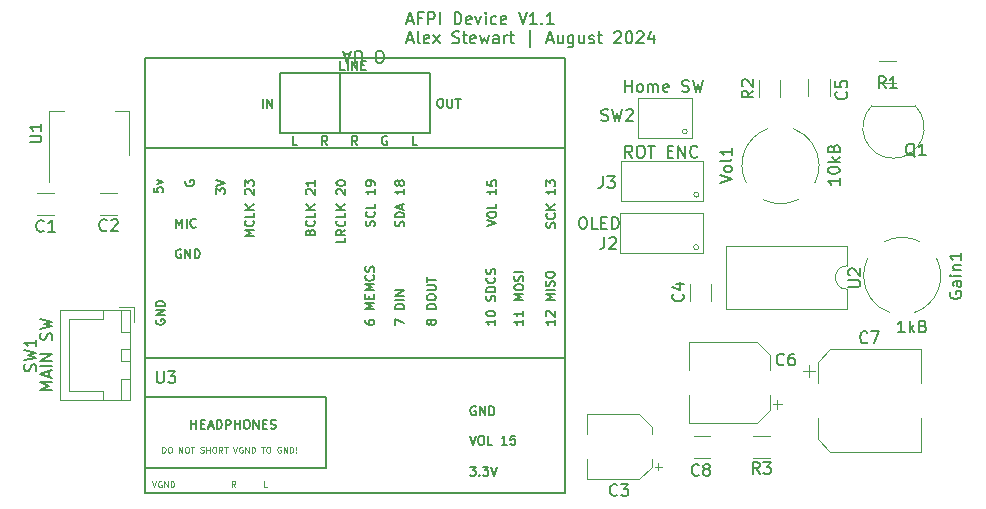
<source format=gbr>
%TF.GenerationSoftware,KiCad,Pcbnew,7.0.9*%
%TF.CreationDate,2024-08-05T23:00:28+10:00*%
%TF.ProjectId,AFPI Device V1.1,41465049-2044-4657-9669-63652056312e,rev?*%
%TF.SameCoordinates,Original*%
%TF.FileFunction,Legend,Top*%
%TF.FilePolarity,Positive*%
%FSLAX46Y46*%
G04 Gerber Fmt 4.6, Leading zero omitted, Abs format (unit mm)*
G04 Created by KiCad (PCBNEW 7.0.9) date 2024-08-05 23:00:28*
%MOMM*%
%LPD*%
G01*
G04 APERTURE LIST*
%ADD10C,0.150000*%
%ADD11C,0.127000*%
%ADD12C,0.101600*%
%ADD13C,0.120000*%
%ADD14C,0.100000*%
G04 APERTURE END LIST*
D10*
X132614160Y-103499104D02*
X133090350Y-103499104D01*
X132518922Y-103784819D02*
X132852255Y-102784819D01*
X132852255Y-102784819D02*
X133185588Y-103784819D01*
X133852255Y-103261009D02*
X133518922Y-103261009D01*
X133518922Y-103784819D02*
X133518922Y-102784819D01*
X133518922Y-102784819D02*
X133995112Y-102784819D01*
X134376065Y-103784819D02*
X134376065Y-102784819D01*
X134376065Y-102784819D02*
X134757017Y-102784819D01*
X134757017Y-102784819D02*
X134852255Y-102832438D01*
X134852255Y-102832438D02*
X134899874Y-102880057D01*
X134899874Y-102880057D02*
X134947493Y-102975295D01*
X134947493Y-102975295D02*
X134947493Y-103118152D01*
X134947493Y-103118152D02*
X134899874Y-103213390D01*
X134899874Y-103213390D02*
X134852255Y-103261009D01*
X134852255Y-103261009D02*
X134757017Y-103308628D01*
X134757017Y-103308628D02*
X134376065Y-103308628D01*
X135376065Y-103784819D02*
X135376065Y-102784819D01*
X136614160Y-103784819D02*
X136614160Y-102784819D01*
X136614160Y-102784819D02*
X136852255Y-102784819D01*
X136852255Y-102784819D02*
X136995112Y-102832438D01*
X136995112Y-102832438D02*
X137090350Y-102927676D01*
X137090350Y-102927676D02*
X137137969Y-103022914D01*
X137137969Y-103022914D02*
X137185588Y-103213390D01*
X137185588Y-103213390D02*
X137185588Y-103356247D01*
X137185588Y-103356247D02*
X137137969Y-103546723D01*
X137137969Y-103546723D02*
X137090350Y-103641961D01*
X137090350Y-103641961D02*
X136995112Y-103737200D01*
X136995112Y-103737200D02*
X136852255Y-103784819D01*
X136852255Y-103784819D02*
X136614160Y-103784819D01*
X137995112Y-103737200D02*
X137899874Y-103784819D01*
X137899874Y-103784819D02*
X137709398Y-103784819D01*
X137709398Y-103784819D02*
X137614160Y-103737200D01*
X137614160Y-103737200D02*
X137566541Y-103641961D01*
X137566541Y-103641961D02*
X137566541Y-103261009D01*
X137566541Y-103261009D02*
X137614160Y-103165771D01*
X137614160Y-103165771D02*
X137709398Y-103118152D01*
X137709398Y-103118152D02*
X137899874Y-103118152D01*
X137899874Y-103118152D02*
X137995112Y-103165771D01*
X137995112Y-103165771D02*
X138042731Y-103261009D01*
X138042731Y-103261009D02*
X138042731Y-103356247D01*
X138042731Y-103356247D02*
X137566541Y-103451485D01*
X138376065Y-103118152D02*
X138614160Y-103784819D01*
X138614160Y-103784819D02*
X138852255Y-103118152D01*
X139233208Y-103784819D02*
X139233208Y-103118152D01*
X139233208Y-102784819D02*
X139185589Y-102832438D01*
X139185589Y-102832438D02*
X139233208Y-102880057D01*
X139233208Y-102880057D02*
X139280827Y-102832438D01*
X139280827Y-102832438D02*
X139233208Y-102784819D01*
X139233208Y-102784819D02*
X139233208Y-102880057D01*
X140137969Y-103737200D02*
X140042731Y-103784819D01*
X140042731Y-103784819D02*
X139852255Y-103784819D01*
X139852255Y-103784819D02*
X139757017Y-103737200D01*
X139757017Y-103737200D02*
X139709398Y-103689580D01*
X139709398Y-103689580D02*
X139661779Y-103594342D01*
X139661779Y-103594342D02*
X139661779Y-103308628D01*
X139661779Y-103308628D02*
X139709398Y-103213390D01*
X139709398Y-103213390D02*
X139757017Y-103165771D01*
X139757017Y-103165771D02*
X139852255Y-103118152D01*
X139852255Y-103118152D02*
X140042731Y-103118152D01*
X140042731Y-103118152D02*
X140137969Y-103165771D01*
X140947493Y-103737200D02*
X140852255Y-103784819D01*
X140852255Y-103784819D02*
X140661779Y-103784819D01*
X140661779Y-103784819D02*
X140566541Y-103737200D01*
X140566541Y-103737200D02*
X140518922Y-103641961D01*
X140518922Y-103641961D02*
X140518922Y-103261009D01*
X140518922Y-103261009D02*
X140566541Y-103165771D01*
X140566541Y-103165771D02*
X140661779Y-103118152D01*
X140661779Y-103118152D02*
X140852255Y-103118152D01*
X140852255Y-103118152D02*
X140947493Y-103165771D01*
X140947493Y-103165771D02*
X140995112Y-103261009D01*
X140995112Y-103261009D02*
X140995112Y-103356247D01*
X140995112Y-103356247D02*
X140518922Y-103451485D01*
X142042732Y-102784819D02*
X142376065Y-103784819D01*
X142376065Y-103784819D02*
X142709398Y-102784819D01*
X143566541Y-103784819D02*
X142995113Y-103784819D01*
X143280827Y-103784819D02*
X143280827Y-102784819D01*
X143280827Y-102784819D02*
X143185589Y-102927676D01*
X143185589Y-102927676D02*
X143090351Y-103022914D01*
X143090351Y-103022914D02*
X142995113Y-103070533D01*
X143995113Y-103689580D02*
X144042732Y-103737200D01*
X144042732Y-103737200D02*
X143995113Y-103784819D01*
X143995113Y-103784819D02*
X143947494Y-103737200D01*
X143947494Y-103737200D02*
X143995113Y-103689580D01*
X143995113Y-103689580D02*
X143995113Y-103784819D01*
X144995112Y-103784819D02*
X144423684Y-103784819D01*
X144709398Y-103784819D02*
X144709398Y-102784819D01*
X144709398Y-102784819D02*
X144614160Y-102927676D01*
X144614160Y-102927676D02*
X144518922Y-103022914D01*
X144518922Y-103022914D02*
X144423684Y-103070533D01*
X132614160Y-105109104D02*
X133090350Y-105109104D01*
X132518922Y-105394819D02*
X132852255Y-104394819D01*
X132852255Y-104394819D02*
X133185588Y-105394819D01*
X133661779Y-105394819D02*
X133566541Y-105347200D01*
X133566541Y-105347200D02*
X133518922Y-105251961D01*
X133518922Y-105251961D02*
X133518922Y-104394819D01*
X134423684Y-105347200D02*
X134328446Y-105394819D01*
X134328446Y-105394819D02*
X134137970Y-105394819D01*
X134137970Y-105394819D02*
X134042732Y-105347200D01*
X134042732Y-105347200D02*
X133995113Y-105251961D01*
X133995113Y-105251961D02*
X133995113Y-104871009D01*
X133995113Y-104871009D02*
X134042732Y-104775771D01*
X134042732Y-104775771D02*
X134137970Y-104728152D01*
X134137970Y-104728152D02*
X134328446Y-104728152D01*
X134328446Y-104728152D02*
X134423684Y-104775771D01*
X134423684Y-104775771D02*
X134471303Y-104871009D01*
X134471303Y-104871009D02*
X134471303Y-104966247D01*
X134471303Y-104966247D02*
X133995113Y-105061485D01*
X134804637Y-105394819D02*
X135328446Y-104728152D01*
X134804637Y-104728152D02*
X135328446Y-105394819D01*
X136423685Y-105347200D02*
X136566542Y-105394819D01*
X136566542Y-105394819D02*
X136804637Y-105394819D01*
X136804637Y-105394819D02*
X136899875Y-105347200D01*
X136899875Y-105347200D02*
X136947494Y-105299580D01*
X136947494Y-105299580D02*
X136995113Y-105204342D01*
X136995113Y-105204342D02*
X136995113Y-105109104D01*
X136995113Y-105109104D02*
X136947494Y-105013866D01*
X136947494Y-105013866D02*
X136899875Y-104966247D01*
X136899875Y-104966247D02*
X136804637Y-104918628D01*
X136804637Y-104918628D02*
X136614161Y-104871009D01*
X136614161Y-104871009D02*
X136518923Y-104823390D01*
X136518923Y-104823390D02*
X136471304Y-104775771D01*
X136471304Y-104775771D02*
X136423685Y-104680533D01*
X136423685Y-104680533D02*
X136423685Y-104585295D01*
X136423685Y-104585295D02*
X136471304Y-104490057D01*
X136471304Y-104490057D02*
X136518923Y-104442438D01*
X136518923Y-104442438D02*
X136614161Y-104394819D01*
X136614161Y-104394819D02*
X136852256Y-104394819D01*
X136852256Y-104394819D02*
X136995113Y-104442438D01*
X137280828Y-104728152D02*
X137661780Y-104728152D01*
X137423685Y-104394819D02*
X137423685Y-105251961D01*
X137423685Y-105251961D02*
X137471304Y-105347200D01*
X137471304Y-105347200D02*
X137566542Y-105394819D01*
X137566542Y-105394819D02*
X137661780Y-105394819D01*
X138376066Y-105347200D02*
X138280828Y-105394819D01*
X138280828Y-105394819D02*
X138090352Y-105394819D01*
X138090352Y-105394819D02*
X137995114Y-105347200D01*
X137995114Y-105347200D02*
X137947495Y-105251961D01*
X137947495Y-105251961D02*
X137947495Y-104871009D01*
X137947495Y-104871009D02*
X137995114Y-104775771D01*
X137995114Y-104775771D02*
X138090352Y-104728152D01*
X138090352Y-104728152D02*
X138280828Y-104728152D01*
X138280828Y-104728152D02*
X138376066Y-104775771D01*
X138376066Y-104775771D02*
X138423685Y-104871009D01*
X138423685Y-104871009D02*
X138423685Y-104966247D01*
X138423685Y-104966247D02*
X137947495Y-105061485D01*
X138757019Y-104728152D02*
X138947495Y-105394819D01*
X138947495Y-105394819D02*
X139137971Y-104918628D01*
X139137971Y-104918628D02*
X139328447Y-105394819D01*
X139328447Y-105394819D02*
X139518923Y-104728152D01*
X140328447Y-105394819D02*
X140328447Y-104871009D01*
X140328447Y-104871009D02*
X140280828Y-104775771D01*
X140280828Y-104775771D02*
X140185590Y-104728152D01*
X140185590Y-104728152D02*
X139995114Y-104728152D01*
X139995114Y-104728152D02*
X139899876Y-104775771D01*
X140328447Y-105347200D02*
X140233209Y-105394819D01*
X140233209Y-105394819D02*
X139995114Y-105394819D01*
X139995114Y-105394819D02*
X139899876Y-105347200D01*
X139899876Y-105347200D02*
X139852257Y-105251961D01*
X139852257Y-105251961D02*
X139852257Y-105156723D01*
X139852257Y-105156723D02*
X139899876Y-105061485D01*
X139899876Y-105061485D02*
X139995114Y-105013866D01*
X139995114Y-105013866D02*
X140233209Y-105013866D01*
X140233209Y-105013866D02*
X140328447Y-104966247D01*
X140804638Y-105394819D02*
X140804638Y-104728152D01*
X140804638Y-104918628D02*
X140852257Y-104823390D01*
X140852257Y-104823390D02*
X140899876Y-104775771D01*
X140899876Y-104775771D02*
X140995114Y-104728152D01*
X140995114Y-104728152D02*
X141090352Y-104728152D01*
X141280829Y-104728152D02*
X141661781Y-104728152D01*
X141423686Y-104394819D02*
X141423686Y-105251961D01*
X141423686Y-105251961D02*
X141471305Y-105347200D01*
X141471305Y-105347200D02*
X141566543Y-105394819D01*
X141566543Y-105394819D02*
X141661781Y-105394819D01*
X142995115Y-105728152D02*
X142995115Y-104299580D01*
X144423687Y-105109104D02*
X144899877Y-105109104D01*
X144328449Y-105394819D02*
X144661782Y-104394819D01*
X144661782Y-104394819D02*
X144995115Y-105394819D01*
X145757020Y-104728152D02*
X145757020Y-105394819D01*
X145328449Y-104728152D02*
X145328449Y-105251961D01*
X145328449Y-105251961D02*
X145376068Y-105347200D01*
X145376068Y-105347200D02*
X145471306Y-105394819D01*
X145471306Y-105394819D02*
X145614163Y-105394819D01*
X145614163Y-105394819D02*
X145709401Y-105347200D01*
X145709401Y-105347200D02*
X145757020Y-105299580D01*
X146661782Y-104728152D02*
X146661782Y-105537676D01*
X146661782Y-105537676D02*
X146614163Y-105632914D01*
X146614163Y-105632914D02*
X146566544Y-105680533D01*
X146566544Y-105680533D02*
X146471306Y-105728152D01*
X146471306Y-105728152D02*
X146328449Y-105728152D01*
X146328449Y-105728152D02*
X146233211Y-105680533D01*
X146661782Y-105347200D02*
X146566544Y-105394819D01*
X146566544Y-105394819D02*
X146376068Y-105394819D01*
X146376068Y-105394819D02*
X146280830Y-105347200D01*
X146280830Y-105347200D02*
X146233211Y-105299580D01*
X146233211Y-105299580D02*
X146185592Y-105204342D01*
X146185592Y-105204342D02*
X146185592Y-104918628D01*
X146185592Y-104918628D02*
X146233211Y-104823390D01*
X146233211Y-104823390D02*
X146280830Y-104775771D01*
X146280830Y-104775771D02*
X146376068Y-104728152D01*
X146376068Y-104728152D02*
X146566544Y-104728152D01*
X146566544Y-104728152D02*
X146661782Y-104775771D01*
X147566544Y-104728152D02*
X147566544Y-105394819D01*
X147137973Y-104728152D02*
X147137973Y-105251961D01*
X147137973Y-105251961D02*
X147185592Y-105347200D01*
X147185592Y-105347200D02*
X147280830Y-105394819D01*
X147280830Y-105394819D02*
X147423687Y-105394819D01*
X147423687Y-105394819D02*
X147518925Y-105347200D01*
X147518925Y-105347200D02*
X147566544Y-105299580D01*
X147995116Y-105347200D02*
X148090354Y-105394819D01*
X148090354Y-105394819D02*
X148280830Y-105394819D01*
X148280830Y-105394819D02*
X148376068Y-105347200D01*
X148376068Y-105347200D02*
X148423687Y-105251961D01*
X148423687Y-105251961D02*
X148423687Y-105204342D01*
X148423687Y-105204342D02*
X148376068Y-105109104D01*
X148376068Y-105109104D02*
X148280830Y-105061485D01*
X148280830Y-105061485D02*
X148137973Y-105061485D01*
X148137973Y-105061485D02*
X148042735Y-105013866D01*
X148042735Y-105013866D02*
X147995116Y-104918628D01*
X147995116Y-104918628D02*
X147995116Y-104871009D01*
X147995116Y-104871009D02*
X148042735Y-104775771D01*
X148042735Y-104775771D02*
X148137973Y-104728152D01*
X148137973Y-104728152D02*
X148280830Y-104728152D01*
X148280830Y-104728152D02*
X148376068Y-104775771D01*
X148709402Y-104728152D02*
X149090354Y-104728152D01*
X148852259Y-104394819D02*
X148852259Y-105251961D01*
X148852259Y-105251961D02*
X148899878Y-105347200D01*
X148899878Y-105347200D02*
X148995116Y-105394819D01*
X148995116Y-105394819D02*
X149090354Y-105394819D01*
X150137974Y-104490057D02*
X150185593Y-104442438D01*
X150185593Y-104442438D02*
X150280831Y-104394819D01*
X150280831Y-104394819D02*
X150518926Y-104394819D01*
X150518926Y-104394819D02*
X150614164Y-104442438D01*
X150614164Y-104442438D02*
X150661783Y-104490057D01*
X150661783Y-104490057D02*
X150709402Y-104585295D01*
X150709402Y-104585295D02*
X150709402Y-104680533D01*
X150709402Y-104680533D02*
X150661783Y-104823390D01*
X150661783Y-104823390D02*
X150090355Y-105394819D01*
X150090355Y-105394819D02*
X150709402Y-105394819D01*
X151328450Y-104394819D02*
X151423688Y-104394819D01*
X151423688Y-104394819D02*
X151518926Y-104442438D01*
X151518926Y-104442438D02*
X151566545Y-104490057D01*
X151566545Y-104490057D02*
X151614164Y-104585295D01*
X151614164Y-104585295D02*
X151661783Y-104775771D01*
X151661783Y-104775771D02*
X151661783Y-105013866D01*
X151661783Y-105013866D02*
X151614164Y-105204342D01*
X151614164Y-105204342D02*
X151566545Y-105299580D01*
X151566545Y-105299580D02*
X151518926Y-105347200D01*
X151518926Y-105347200D02*
X151423688Y-105394819D01*
X151423688Y-105394819D02*
X151328450Y-105394819D01*
X151328450Y-105394819D02*
X151233212Y-105347200D01*
X151233212Y-105347200D02*
X151185593Y-105299580D01*
X151185593Y-105299580D02*
X151137974Y-105204342D01*
X151137974Y-105204342D02*
X151090355Y-105013866D01*
X151090355Y-105013866D02*
X151090355Y-104775771D01*
X151090355Y-104775771D02*
X151137974Y-104585295D01*
X151137974Y-104585295D02*
X151185593Y-104490057D01*
X151185593Y-104490057D02*
X151233212Y-104442438D01*
X151233212Y-104442438D02*
X151328450Y-104394819D01*
X152042736Y-104490057D02*
X152090355Y-104442438D01*
X152090355Y-104442438D02*
X152185593Y-104394819D01*
X152185593Y-104394819D02*
X152423688Y-104394819D01*
X152423688Y-104394819D02*
X152518926Y-104442438D01*
X152518926Y-104442438D02*
X152566545Y-104490057D01*
X152566545Y-104490057D02*
X152614164Y-104585295D01*
X152614164Y-104585295D02*
X152614164Y-104680533D01*
X152614164Y-104680533D02*
X152566545Y-104823390D01*
X152566545Y-104823390D02*
X151995117Y-105394819D01*
X151995117Y-105394819D02*
X152614164Y-105394819D01*
X153471307Y-104728152D02*
X153471307Y-105394819D01*
X153233212Y-104347200D02*
X152995117Y-105061485D01*
X152995117Y-105061485D02*
X153614164Y-105061485D01*
X100618819Y-113791904D02*
X101428342Y-113791904D01*
X101428342Y-113791904D02*
X101523580Y-113744285D01*
X101523580Y-113744285D02*
X101571200Y-113696666D01*
X101571200Y-113696666D02*
X101618819Y-113601428D01*
X101618819Y-113601428D02*
X101618819Y-113410952D01*
X101618819Y-113410952D02*
X101571200Y-113315714D01*
X101571200Y-113315714D02*
X101523580Y-113268095D01*
X101523580Y-113268095D02*
X101428342Y-113220476D01*
X101428342Y-113220476D02*
X100618819Y-113220476D01*
X101618819Y-112220476D02*
X101618819Y-112791904D01*
X101618819Y-112506190D02*
X100618819Y-112506190D01*
X100618819Y-112506190D02*
X100761676Y-112601428D01*
X100761676Y-112601428D02*
X100856914Y-112696666D01*
X100856914Y-112696666D02*
X100904533Y-112791904D01*
X107148333Y-121208580D02*
X107100714Y-121256200D01*
X107100714Y-121256200D02*
X106957857Y-121303819D01*
X106957857Y-121303819D02*
X106862619Y-121303819D01*
X106862619Y-121303819D02*
X106719762Y-121256200D01*
X106719762Y-121256200D02*
X106624524Y-121160961D01*
X106624524Y-121160961D02*
X106576905Y-121065723D01*
X106576905Y-121065723D02*
X106529286Y-120875247D01*
X106529286Y-120875247D02*
X106529286Y-120732390D01*
X106529286Y-120732390D02*
X106576905Y-120541914D01*
X106576905Y-120541914D02*
X106624524Y-120446676D01*
X106624524Y-120446676D02*
X106719762Y-120351438D01*
X106719762Y-120351438D02*
X106862619Y-120303819D01*
X106862619Y-120303819D02*
X106957857Y-120303819D01*
X106957857Y-120303819D02*
X107100714Y-120351438D01*
X107100714Y-120351438D02*
X107148333Y-120399057D01*
X107529286Y-120399057D02*
X107576905Y-120351438D01*
X107576905Y-120351438D02*
X107672143Y-120303819D01*
X107672143Y-120303819D02*
X107910238Y-120303819D01*
X107910238Y-120303819D02*
X108005476Y-120351438D01*
X108005476Y-120351438D02*
X108053095Y-120399057D01*
X108053095Y-120399057D02*
X108100714Y-120494295D01*
X108100714Y-120494295D02*
X108100714Y-120589533D01*
X108100714Y-120589533D02*
X108053095Y-120732390D01*
X108053095Y-120732390D02*
X107481667Y-121303819D01*
X107481667Y-121303819D02*
X108100714Y-121303819D01*
X111391795Y-133162959D02*
X111391795Y-133972482D01*
X111391795Y-133972482D02*
X111439414Y-134067720D01*
X111439414Y-134067720D02*
X111487033Y-134115340D01*
X111487033Y-134115340D02*
X111582271Y-134162959D01*
X111582271Y-134162959D02*
X111772747Y-134162959D01*
X111772747Y-134162959D02*
X111867985Y-134115340D01*
X111867985Y-134115340D02*
X111915604Y-134067720D01*
X111915604Y-134067720D02*
X111963223Y-133972482D01*
X111963223Y-133972482D02*
X111963223Y-133162959D01*
X112344176Y-133162959D02*
X112963223Y-133162959D01*
X112963223Y-133162959D02*
X112629890Y-133543911D01*
X112629890Y-133543911D02*
X112772747Y-133543911D01*
X112772747Y-133543911D02*
X112867985Y-133591530D01*
X112867985Y-133591530D02*
X112915604Y-133639149D01*
X112915604Y-133639149D02*
X112963223Y-133734387D01*
X112963223Y-133734387D02*
X112963223Y-133972482D01*
X112963223Y-133972482D02*
X112915604Y-134067720D01*
X112915604Y-134067720D02*
X112867985Y-134115340D01*
X112867985Y-134115340D02*
X112772747Y-134162959D01*
X112772747Y-134162959D02*
X112487033Y-134162959D01*
X112487033Y-134162959D02*
X112391795Y-134115340D01*
X112391795Y-134115340D02*
X112344176Y-134067720D01*
D11*
X145070031Y-128795718D02*
X145070031Y-129231147D01*
X145070031Y-129013432D02*
X144308031Y-129013432D01*
X144308031Y-129013432D02*
X144416888Y-129086004D01*
X144416888Y-129086004D02*
X144489460Y-129158575D01*
X144489460Y-129158575D02*
X144525746Y-129231147D01*
X144380603Y-128505433D02*
X144344317Y-128469147D01*
X144344317Y-128469147D02*
X144308031Y-128396576D01*
X144308031Y-128396576D02*
X144308031Y-128215147D01*
X144308031Y-128215147D02*
X144344317Y-128142576D01*
X144344317Y-128142576D02*
X144380603Y-128106290D01*
X144380603Y-128106290D02*
X144453174Y-128070004D01*
X144453174Y-128070004D02*
X144525746Y-128070004D01*
X144525746Y-128070004D02*
X144634603Y-128106290D01*
X144634603Y-128106290D02*
X145070031Y-128541718D01*
X145070031Y-128541718D02*
X145070031Y-128070004D01*
X145070031Y-127162862D02*
X144308031Y-127162862D01*
X144308031Y-127162862D02*
X144852317Y-126908862D01*
X144852317Y-126908862D02*
X144308031Y-126654862D01*
X144308031Y-126654862D02*
X145070031Y-126654862D01*
X145070031Y-126292005D02*
X144308031Y-126292005D01*
X145033746Y-125965434D02*
X145070031Y-125856577D01*
X145070031Y-125856577D02*
X145070031Y-125675148D01*
X145070031Y-125675148D02*
X145033746Y-125602577D01*
X145033746Y-125602577D02*
X144997460Y-125566291D01*
X144997460Y-125566291D02*
X144924888Y-125530005D01*
X144924888Y-125530005D02*
X144852317Y-125530005D01*
X144852317Y-125530005D02*
X144779746Y-125566291D01*
X144779746Y-125566291D02*
X144743460Y-125602577D01*
X144743460Y-125602577D02*
X144707174Y-125675148D01*
X144707174Y-125675148D02*
X144670888Y-125820291D01*
X144670888Y-125820291D02*
X144634603Y-125892862D01*
X144634603Y-125892862D02*
X144598317Y-125929148D01*
X144598317Y-125929148D02*
X144525746Y-125965434D01*
X144525746Y-125965434D02*
X144453174Y-125965434D01*
X144453174Y-125965434D02*
X144380603Y-125929148D01*
X144380603Y-125929148D02*
X144344317Y-125892862D01*
X144344317Y-125892862D02*
X144308031Y-125820291D01*
X144308031Y-125820291D02*
X144308031Y-125638862D01*
X144308031Y-125638862D02*
X144344317Y-125530005D01*
X144308031Y-125058291D02*
X144308031Y-124913148D01*
X144308031Y-124913148D02*
X144344317Y-124840577D01*
X144344317Y-124840577D02*
X144416888Y-124768005D01*
X144416888Y-124768005D02*
X144562031Y-124731720D01*
X144562031Y-124731720D02*
X144816031Y-124731720D01*
X144816031Y-124731720D02*
X144961174Y-124768005D01*
X144961174Y-124768005D02*
X145033746Y-124840577D01*
X145033746Y-124840577D02*
X145070031Y-124913148D01*
X145070031Y-124913148D02*
X145070031Y-125058291D01*
X145070031Y-125058291D02*
X145033746Y-125130863D01*
X145033746Y-125130863D02*
X144961174Y-125203434D01*
X144961174Y-125203434D02*
X144816031Y-125239720D01*
X144816031Y-125239720D02*
X144562031Y-125239720D01*
X144562031Y-125239720D02*
X144416888Y-125203434D01*
X144416888Y-125203434D02*
X144344317Y-125130863D01*
X144344317Y-125130863D02*
X144308031Y-125058291D01*
X133458857Y-114010911D02*
X133096000Y-114010911D01*
X133096000Y-114010911D02*
X133096000Y-113248911D01*
X132295646Y-120893477D02*
X132331931Y-120784620D01*
X132331931Y-120784620D02*
X132331931Y-120603191D01*
X132331931Y-120603191D02*
X132295646Y-120530620D01*
X132295646Y-120530620D02*
X132259360Y-120494334D01*
X132259360Y-120494334D02*
X132186788Y-120458048D01*
X132186788Y-120458048D02*
X132114217Y-120458048D01*
X132114217Y-120458048D02*
X132041646Y-120494334D01*
X132041646Y-120494334D02*
X132005360Y-120530620D01*
X132005360Y-120530620D02*
X131969074Y-120603191D01*
X131969074Y-120603191D02*
X131932788Y-120748334D01*
X131932788Y-120748334D02*
X131896503Y-120820905D01*
X131896503Y-120820905D02*
X131860217Y-120857191D01*
X131860217Y-120857191D02*
X131787646Y-120893477D01*
X131787646Y-120893477D02*
X131715074Y-120893477D01*
X131715074Y-120893477D02*
X131642503Y-120857191D01*
X131642503Y-120857191D02*
X131606217Y-120820905D01*
X131606217Y-120820905D02*
X131569931Y-120748334D01*
X131569931Y-120748334D02*
X131569931Y-120566905D01*
X131569931Y-120566905D02*
X131606217Y-120458048D01*
X132331931Y-120131477D02*
X131569931Y-120131477D01*
X131569931Y-120131477D02*
X131569931Y-119950048D01*
X131569931Y-119950048D02*
X131606217Y-119841191D01*
X131606217Y-119841191D02*
X131678788Y-119768620D01*
X131678788Y-119768620D02*
X131751360Y-119732334D01*
X131751360Y-119732334D02*
X131896503Y-119696048D01*
X131896503Y-119696048D02*
X132005360Y-119696048D01*
X132005360Y-119696048D02*
X132150503Y-119732334D01*
X132150503Y-119732334D02*
X132223074Y-119768620D01*
X132223074Y-119768620D02*
X132295646Y-119841191D01*
X132295646Y-119841191D02*
X132331931Y-119950048D01*
X132331931Y-119950048D02*
X132331931Y-120131477D01*
X132114217Y-119405763D02*
X132114217Y-119042906D01*
X132331931Y-119478334D02*
X131569931Y-119224334D01*
X131569931Y-119224334D02*
X132331931Y-118970334D01*
X132331931Y-117736620D02*
X132331931Y-118172049D01*
X132331931Y-117954334D02*
X131569931Y-117954334D01*
X131569931Y-117954334D02*
X131678788Y-118026906D01*
X131678788Y-118026906D02*
X131751360Y-118099477D01*
X131751360Y-118099477D02*
X131787646Y-118172049D01*
X131896503Y-117301192D02*
X131860217Y-117373763D01*
X131860217Y-117373763D02*
X131823931Y-117410049D01*
X131823931Y-117410049D02*
X131751360Y-117446335D01*
X131751360Y-117446335D02*
X131715074Y-117446335D01*
X131715074Y-117446335D02*
X131642503Y-117410049D01*
X131642503Y-117410049D02*
X131606217Y-117373763D01*
X131606217Y-117373763D02*
X131569931Y-117301192D01*
X131569931Y-117301192D02*
X131569931Y-117156049D01*
X131569931Y-117156049D02*
X131606217Y-117083478D01*
X131606217Y-117083478D02*
X131642503Y-117047192D01*
X131642503Y-117047192D02*
X131715074Y-117010906D01*
X131715074Y-117010906D02*
X131751360Y-117010906D01*
X131751360Y-117010906D02*
X131823931Y-117047192D01*
X131823931Y-117047192D02*
X131860217Y-117083478D01*
X131860217Y-117083478D02*
X131896503Y-117156049D01*
X131896503Y-117156049D02*
X131896503Y-117301192D01*
X131896503Y-117301192D02*
X131932788Y-117373763D01*
X131932788Y-117373763D02*
X131969074Y-117410049D01*
X131969074Y-117410049D02*
X132041646Y-117446335D01*
X132041646Y-117446335D02*
X132186788Y-117446335D01*
X132186788Y-117446335D02*
X132259360Y-117410049D01*
X132259360Y-117410049D02*
X132295646Y-117373763D01*
X132295646Y-117373763D02*
X132331931Y-117301192D01*
X132331931Y-117301192D02*
X132331931Y-117156049D01*
X132331931Y-117156049D02*
X132295646Y-117083478D01*
X132295646Y-117083478D02*
X132259360Y-117047192D01*
X132259360Y-117047192D02*
X132186788Y-117010906D01*
X132186788Y-117010906D02*
X132041646Y-117010906D01*
X132041646Y-117010906D02*
X131969074Y-117047192D01*
X131969074Y-117047192D02*
X131932788Y-117083478D01*
X131932788Y-117083478D02*
X131896503Y-117156049D01*
X119593831Y-121728047D02*
X118831831Y-121728047D01*
X118831831Y-121728047D02*
X119376117Y-121474047D01*
X119376117Y-121474047D02*
X118831831Y-121220047D01*
X118831831Y-121220047D02*
X119593831Y-121220047D01*
X119521260Y-120421761D02*
X119557546Y-120458047D01*
X119557546Y-120458047D02*
X119593831Y-120566904D01*
X119593831Y-120566904D02*
X119593831Y-120639476D01*
X119593831Y-120639476D02*
X119557546Y-120748333D01*
X119557546Y-120748333D02*
X119484974Y-120820904D01*
X119484974Y-120820904D02*
X119412403Y-120857190D01*
X119412403Y-120857190D02*
X119267260Y-120893476D01*
X119267260Y-120893476D02*
X119158403Y-120893476D01*
X119158403Y-120893476D02*
X119013260Y-120857190D01*
X119013260Y-120857190D02*
X118940688Y-120820904D01*
X118940688Y-120820904D02*
X118868117Y-120748333D01*
X118868117Y-120748333D02*
X118831831Y-120639476D01*
X118831831Y-120639476D02*
X118831831Y-120566904D01*
X118831831Y-120566904D02*
X118868117Y-120458047D01*
X118868117Y-120458047D02*
X118904403Y-120421761D01*
X119593831Y-119732333D02*
X119593831Y-120095190D01*
X119593831Y-120095190D02*
X118831831Y-120095190D01*
X119593831Y-119478333D02*
X118831831Y-119478333D01*
X119593831Y-119042904D02*
X119158403Y-119369476D01*
X118831831Y-119042904D02*
X119267260Y-119478333D01*
X118904403Y-118172048D02*
X118868117Y-118135762D01*
X118868117Y-118135762D02*
X118831831Y-118063191D01*
X118831831Y-118063191D02*
X118831831Y-117881762D01*
X118831831Y-117881762D02*
X118868117Y-117809191D01*
X118868117Y-117809191D02*
X118904403Y-117772905D01*
X118904403Y-117772905D02*
X118976974Y-117736619D01*
X118976974Y-117736619D02*
X119049546Y-117736619D01*
X119049546Y-117736619D02*
X119158403Y-117772905D01*
X119158403Y-117772905D02*
X119593831Y-118208333D01*
X119593831Y-118208333D02*
X119593831Y-117736619D01*
X118831831Y-117482619D02*
X118831831Y-117010905D01*
X118831831Y-117010905D02*
X119122117Y-117264905D01*
X119122117Y-117264905D02*
X119122117Y-117156048D01*
X119122117Y-117156048D02*
X119158403Y-117083477D01*
X119158403Y-117083477D02*
X119194688Y-117047191D01*
X119194688Y-117047191D02*
X119267260Y-117010905D01*
X119267260Y-117010905D02*
X119448688Y-117010905D01*
X119448688Y-117010905D02*
X119521260Y-117047191D01*
X119521260Y-117047191D02*
X119557546Y-117083477D01*
X119557546Y-117083477D02*
X119593831Y-117156048D01*
X119593831Y-117156048D02*
X119593831Y-117373762D01*
X119593831Y-117373762D02*
X119557546Y-117446334D01*
X119557546Y-117446334D02*
X119521260Y-117482619D01*
X129032471Y-128868291D02*
X129032471Y-129013433D01*
X129032471Y-129013433D02*
X129068757Y-129086005D01*
X129068757Y-129086005D02*
X129105043Y-129122291D01*
X129105043Y-129122291D02*
X129213900Y-129194862D01*
X129213900Y-129194862D02*
X129359043Y-129231148D01*
X129359043Y-129231148D02*
X129649328Y-129231148D01*
X129649328Y-129231148D02*
X129721900Y-129194862D01*
X129721900Y-129194862D02*
X129758186Y-129158576D01*
X129758186Y-129158576D02*
X129794471Y-129086005D01*
X129794471Y-129086005D02*
X129794471Y-128940862D01*
X129794471Y-128940862D02*
X129758186Y-128868291D01*
X129758186Y-128868291D02*
X129721900Y-128832005D01*
X129721900Y-128832005D02*
X129649328Y-128795719D01*
X129649328Y-128795719D02*
X129467900Y-128795719D01*
X129467900Y-128795719D02*
X129395328Y-128832005D01*
X129395328Y-128832005D02*
X129359043Y-128868291D01*
X129359043Y-128868291D02*
X129322757Y-128940862D01*
X129322757Y-128940862D02*
X129322757Y-129086005D01*
X129322757Y-129086005D02*
X129359043Y-129158576D01*
X129359043Y-129158576D02*
X129395328Y-129194862D01*
X129395328Y-129194862D02*
X129467900Y-129231148D01*
X129794471Y-127888577D02*
X129032471Y-127888577D01*
X129032471Y-127888577D02*
X129576757Y-127634577D01*
X129576757Y-127634577D02*
X129032471Y-127380577D01*
X129032471Y-127380577D02*
X129794471Y-127380577D01*
X129395328Y-127017720D02*
X129395328Y-126763720D01*
X129794471Y-126654863D02*
X129794471Y-127017720D01*
X129794471Y-127017720D02*
X129032471Y-127017720D01*
X129032471Y-127017720D02*
X129032471Y-126654863D01*
X129794471Y-126328291D02*
X129032471Y-126328291D01*
X129032471Y-126328291D02*
X129576757Y-126074291D01*
X129576757Y-126074291D02*
X129032471Y-125820291D01*
X129032471Y-125820291D02*
X129794471Y-125820291D01*
X129721900Y-125022005D02*
X129758186Y-125058291D01*
X129758186Y-125058291D02*
X129794471Y-125167148D01*
X129794471Y-125167148D02*
X129794471Y-125239720D01*
X129794471Y-125239720D02*
X129758186Y-125348577D01*
X129758186Y-125348577D02*
X129685614Y-125421148D01*
X129685614Y-125421148D02*
X129613043Y-125457434D01*
X129613043Y-125457434D02*
X129467900Y-125493720D01*
X129467900Y-125493720D02*
X129359043Y-125493720D01*
X129359043Y-125493720D02*
X129213900Y-125457434D01*
X129213900Y-125457434D02*
X129141328Y-125421148D01*
X129141328Y-125421148D02*
X129068757Y-125348577D01*
X129068757Y-125348577D02*
X129032471Y-125239720D01*
X129032471Y-125239720D02*
X129032471Y-125167148D01*
X129032471Y-125167148D02*
X129068757Y-125058291D01*
X129068757Y-125058291D02*
X129105043Y-125022005D01*
X129758186Y-124731720D02*
X129794471Y-124622863D01*
X129794471Y-124622863D02*
X129794471Y-124441434D01*
X129794471Y-124441434D02*
X129758186Y-124368863D01*
X129758186Y-124368863D02*
X129721900Y-124332577D01*
X129721900Y-124332577D02*
X129649328Y-124296291D01*
X129649328Y-124296291D02*
X129576757Y-124296291D01*
X129576757Y-124296291D02*
X129504186Y-124332577D01*
X129504186Y-124332577D02*
X129467900Y-124368863D01*
X129467900Y-124368863D02*
X129431614Y-124441434D01*
X129431614Y-124441434D02*
X129395328Y-124586577D01*
X129395328Y-124586577D02*
X129359043Y-124659148D01*
X129359043Y-124659148D02*
X129322757Y-124695434D01*
X129322757Y-124695434D02*
X129250186Y-124731720D01*
X129250186Y-124731720D02*
X129177614Y-124731720D01*
X129177614Y-124731720D02*
X129105043Y-124695434D01*
X129105043Y-124695434D02*
X129068757Y-124659148D01*
X129068757Y-124659148D02*
X129032471Y-124586577D01*
X129032471Y-124586577D02*
X129032471Y-124405148D01*
X129032471Y-124405148D02*
X129068757Y-124296291D01*
D12*
X111012151Y-142472266D02*
X111181485Y-142980266D01*
X111181485Y-142980266D02*
X111350818Y-142472266D01*
X111786247Y-142496456D02*
X111737866Y-142472266D01*
X111737866Y-142472266D02*
X111665295Y-142472266D01*
X111665295Y-142472266D02*
X111592723Y-142496456D01*
X111592723Y-142496456D02*
X111544342Y-142544837D01*
X111544342Y-142544837D02*
X111520152Y-142593218D01*
X111520152Y-142593218D02*
X111495961Y-142689980D01*
X111495961Y-142689980D02*
X111495961Y-142762552D01*
X111495961Y-142762552D02*
X111520152Y-142859314D01*
X111520152Y-142859314D02*
X111544342Y-142907695D01*
X111544342Y-142907695D02*
X111592723Y-142956076D01*
X111592723Y-142956076D02*
X111665295Y-142980266D01*
X111665295Y-142980266D02*
X111713676Y-142980266D01*
X111713676Y-142980266D02*
X111786247Y-142956076D01*
X111786247Y-142956076D02*
X111810438Y-142931885D01*
X111810438Y-142931885D02*
X111810438Y-142762552D01*
X111810438Y-142762552D02*
X111713676Y-142762552D01*
X112028152Y-142980266D02*
X112028152Y-142472266D01*
X112028152Y-142472266D02*
X112318438Y-142980266D01*
X112318438Y-142980266D02*
X112318438Y-142472266D01*
X112560342Y-142980266D02*
X112560342Y-142472266D01*
X112560342Y-142472266D02*
X112681294Y-142472266D01*
X112681294Y-142472266D02*
X112753866Y-142496456D01*
X112753866Y-142496456D02*
X112802247Y-142544837D01*
X112802247Y-142544837D02*
X112826437Y-142593218D01*
X112826437Y-142593218D02*
X112850628Y-142689980D01*
X112850628Y-142689980D02*
X112850628Y-142762552D01*
X112850628Y-142762552D02*
X112826437Y-142859314D01*
X112826437Y-142859314D02*
X112802247Y-142907695D01*
X112802247Y-142907695D02*
X112753866Y-142956076D01*
X112753866Y-142956076D02*
X112681294Y-142980266D01*
X112681294Y-142980266D02*
X112560342Y-142980266D01*
D11*
X116426451Y-118135762D02*
X116426451Y-117664048D01*
X116426451Y-117664048D02*
X116716737Y-117918048D01*
X116716737Y-117918048D02*
X116716737Y-117809191D01*
X116716737Y-117809191D02*
X116753023Y-117736620D01*
X116753023Y-117736620D02*
X116789308Y-117700334D01*
X116789308Y-117700334D02*
X116861880Y-117664048D01*
X116861880Y-117664048D02*
X117043308Y-117664048D01*
X117043308Y-117664048D02*
X117115880Y-117700334D01*
X117115880Y-117700334D02*
X117152166Y-117736620D01*
X117152166Y-117736620D02*
X117188451Y-117809191D01*
X117188451Y-117809191D02*
X117188451Y-118026905D01*
X117188451Y-118026905D02*
X117152166Y-118099477D01*
X117152166Y-118099477D02*
X117115880Y-118135762D01*
X116426451Y-117446334D02*
X117188451Y-117192334D01*
X117188451Y-117192334D02*
X116426451Y-116938334D01*
X124371208Y-121365191D02*
X124407494Y-121256334D01*
X124407494Y-121256334D02*
X124443780Y-121220048D01*
X124443780Y-121220048D02*
X124516351Y-121183762D01*
X124516351Y-121183762D02*
X124625208Y-121183762D01*
X124625208Y-121183762D02*
X124697780Y-121220048D01*
X124697780Y-121220048D02*
X124734066Y-121256334D01*
X124734066Y-121256334D02*
X124770351Y-121328905D01*
X124770351Y-121328905D02*
X124770351Y-121619191D01*
X124770351Y-121619191D02*
X124008351Y-121619191D01*
X124008351Y-121619191D02*
X124008351Y-121365191D01*
X124008351Y-121365191D02*
X124044637Y-121292620D01*
X124044637Y-121292620D02*
X124080923Y-121256334D01*
X124080923Y-121256334D02*
X124153494Y-121220048D01*
X124153494Y-121220048D02*
X124226066Y-121220048D01*
X124226066Y-121220048D02*
X124298637Y-121256334D01*
X124298637Y-121256334D02*
X124334923Y-121292620D01*
X124334923Y-121292620D02*
X124371208Y-121365191D01*
X124371208Y-121365191D02*
X124371208Y-121619191D01*
X124697780Y-120421762D02*
X124734066Y-120458048D01*
X124734066Y-120458048D02*
X124770351Y-120566905D01*
X124770351Y-120566905D02*
X124770351Y-120639477D01*
X124770351Y-120639477D02*
X124734066Y-120748334D01*
X124734066Y-120748334D02*
X124661494Y-120820905D01*
X124661494Y-120820905D02*
X124588923Y-120857191D01*
X124588923Y-120857191D02*
X124443780Y-120893477D01*
X124443780Y-120893477D02*
X124334923Y-120893477D01*
X124334923Y-120893477D02*
X124189780Y-120857191D01*
X124189780Y-120857191D02*
X124117208Y-120820905D01*
X124117208Y-120820905D02*
X124044637Y-120748334D01*
X124044637Y-120748334D02*
X124008351Y-120639477D01*
X124008351Y-120639477D02*
X124008351Y-120566905D01*
X124008351Y-120566905D02*
X124044637Y-120458048D01*
X124044637Y-120458048D02*
X124080923Y-120421762D01*
X124770351Y-119732334D02*
X124770351Y-120095191D01*
X124770351Y-120095191D02*
X124008351Y-120095191D01*
X124770351Y-119478334D02*
X124008351Y-119478334D01*
X124770351Y-119042905D02*
X124334923Y-119369477D01*
X124008351Y-119042905D02*
X124443780Y-119478334D01*
X124080923Y-118172049D02*
X124044637Y-118135763D01*
X124044637Y-118135763D02*
X124008351Y-118063192D01*
X124008351Y-118063192D02*
X124008351Y-117881763D01*
X124008351Y-117881763D02*
X124044637Y-117809192D01*
X124044637Y-117809192D02*
X124080923Y-117772906D01*
X124080923Y-117772906D02*
X124153494Y-117736620D01*
X124153494Y-117736620D02*
X124226066Y-117736620D01*
X124226066Y-117736620D02*
X124334923Y-117772906D01*
X124334923Y-117772906D02*
X124770351Y-118208334D01*
X124770351Y-118208334D02*
X124770351Y-117736620D01*
X124770351Y-117010906D02*
X124770351Y-117446335D01*
X124770351Y-117228620D02*
X124008351Y-117228620D01*
X124008351Y-117228620D02*
X124117208Y-117301192D01*
X124117208Y-117301192D02*
X124189780Y-117373763D01*
X124189780Y-117373763D02*
X124226066Y-117446335D01*
X138383917Y-136162977D02*
X138311346Y-136126691D01*
X138311346Y-136126691D02*
X138202488Y-136126691D01*
X138202488Y-136126691D02*
X138093631Y-136162977D01*
X138093631Y-136162977D02*
X138021060Y-136235548D01*
X138021060Y-136235548D02*
X137984774Y-136308120D01*
X137984774Y-136308120D02*
X137948488Y-136453263D01*
X137948488Y-136453263D02*
X137948488Y-136562120D01*
X137948488Y-136562120D02*
X137984774Y-136707263D01*
X137984774Y-136707263D02*
X138021060Y-136779834D01*
X138021060Y-136779834D02*
X138093631Y-136852406D01*
X138093631Y-136852406D02*
X138202488Y-136888691D01*
X138202488Y-136888691D02*
X138275060Y-136888691D01*
X138275060Y-136888691D02*
X138383917Y-136852406D01*
X138383917Y-136852406D02*
X138420203Y-136816120D01*
X138420203Y-136816120D02*
X138420203Y-136562120D01*
X138420203Y-136562120D02*
X138275060Y-136562120D01*
X138746774Y-136888691D02*
X138746774Y-136126691D01*
X138746774Y-136126691D02*
X139182203Y-136888691D01*
X139182203Y-136888691D02*
X139182203Y-136126691D01*
X139545060Y-136888691D02*
X139545060Y-136126691D01*
X139545060Y-136126691D02*
X139726489Y-136126691D01*
X139726489Y-136126691D02*
X139835346Y-136162977D01*
X139835346Y-136162977D02*
X139907917Y-136235548D01*
X139907917Y-136235548D02*
X139944203Y-136308120D01*
X139944203Y-136308120D02*
X139980489Y-136453263D01*
X139980489Y-136453263D02*
X139980489Y-136562120D01*
X139980489Y-136562120D02*
X139944203Y-136707263D01*
X139944203Y-136707263D02*
X139907917Y-136779834D01*
X139907917Y-136779834D02*
X139835346Y-136852406D01*
X139835346Y-136852406D02*
X139726489Y-136888691D01*
X139726489Y-136888691D02*
X139545060Y-136888691D01*
X135331200Y-110081531D02*
X135476343Y-110081531D01*
X135476343Y-110081531D02*
X135548914Y-110117817D01*
X135548914Y-110117817D02*
X135621486Y-110190388D01*
X135621486Y-110190388D02*
X135657771Y-110335531D01*
X135657771Y-110335531D02*
X135657771Y-110589531D01*
X135657771Y-110589531D02*
X135621486Y-110734674D01*
X135621486Y-110734674D02*
X135548914Y-110807246D01*
X135548914Y-110807246D02*
X135476343Y-110843531D01*
X135476343Y-110843531D02*
X135331200Y-110843531D01*
X135331200Y-110843531D02*
X135258629Y-110807246D01*
X135258629Y-110807246D02*
X135186057Y-110734674D01*
X135186057Y-110734674D02*
X135149771Y-110589531D01*
X135149771Y-110589531D02*
X135149771Y-110335531D01*
X135149771Y-110335531D02*
X135186057Y-110190388D01*
X135186057Y-110190388D02*
X135258629Y-110117817D01*
X135258629Y-110117817D02*
X135331200Y-110081531D01*
X135984343Y-110081531D02*
X135984343Y-110698388D01*
X135984343Y-110698388D02*
X136020629Y-110770960D01*
X136020629Y-110770960D02*
X136056915Y-110807246D01*
X136056915Y-110807246D02*
X136129486Y-110843531D01*
X136129486Y-110843531D02*
X136274629Y-110843531D01*
X136274629Y-110843531D02*
X136347200Y-110807246D01*
X136347200Y-110807246D02*
X136383486Y-110770960D01*
X136383486Y-110770960D02*
X136419772Y-110698388D01*
X136419772Y-110698388D02*
X136419772Y-110081531D01*
X136673772Y-110081531D02*
X137109201Y-110081531D01*
X136891486Y-110843531D02*
X136891486Y-110081531D01*
X111339557Y-128795719D02*
X111303271Y-128868291D01*
X111303271Y-128868291D02*
X111303271Y-128977148D01*
X111303271Y-128977148D02*
X111339557Y-129086005D01*
X111339557Y-129086005D02*
X111412128Y-129158576D01*
X111412128Y-129158576D02*
X111484700Y-129194862D01*
X111484700Y-129194862D02*
X111629843Y-129231148D01*
X111629843Y-129231148D02*
X111738700Y-129231148D01*
X111738700Y-129231148D02*
X111883843Y-129194862D01*
X111883843Y-129194862D02*
X111956414Y-129158576D01*
X111956414Y-129158576D02*
X112028986Y-129086005D01*
X112028986Y-129086005D02*
X112065271Y-128977148D01*
X112065271Y-128977148D02*
X112065271Y-128904576D01*
X112065271Y-128904576D02*
X112028986Y-128795719D01*
X112028986Y-128795719D02*
X111992700Y-128759433D01*
X111992700Y-128759433D02*
X111738700Y-128759433D01*
X111738700Y-128759433D02*
X111738700Y-128904576D01*
X112065271Y-128432862D02*
X111303271Y-128432862D01*
X111303271Y-128432862D02*
X112065271Y-127997433D01*
X112065271Y-127997433D02*
X111303271Y-127997433D01*
X112065271Y-127634576D02*
X111303271Y-127634576D01*
X111303271Y-127634576D02*
X111303271Y-127453147D01*
X111303271Y-127453147D02*
X111339557Y-127344290D01*
X111339557Y-127344290D02*
X111412128Y-127271719D01*
X111412128Y-127271719D02*
X111484700Y-127235433D01*
X111484700Y-127235433D02*
X111629843Y-127199147D01*
X111629843Y-127199147D02*
X111738700Y-127199147D01*
X111738700Y-127199147D02*
X111883843Y-127235433D01*
X111883843Y-127235433D02*
X111956414Y-127271719D01*
X111956414Y-127271719D02*
X112028986Y-127344290D01*
X112028986Y-127344290D02*
X112065271Y-127453147D01*
X112065271Y-127453147D02*
X112065271Y-127634576D01*
X125838857Y-114010911D02*
X125584857Y-113648054D01*
X125403428Y-114010911D02*
X125403428Y-113248911D01*
X125403428Y-113248911D02*
X125693714Y-113248911D01*
X125693714Y-113248911D02*
X125766285Y-113285197D01*
X125766285Y-113285197D02*
X125802571Y-113321483D01*
X125802571Y-113321483D02*
X125838857Y-113394054D01*
X125838857Y-113394054D02*
X125838857Y-113502911D01*
X125838857Y-113502911D02*
X125802571Y-113575483D01*
X125802571Y-113575483D02*
X125766285Y-113611768D01*
X125766285Y-113611768D02*
X125693714Y-113648054D01*
X125693714Y-113648054D02*
X125403428Y-113648054D01*
X145084546Y-121002333D02*
X145120831Y-120893476D01*
X145120831Y-120893476D02*
X145120831Y-120712047D01*
X145120831Y-120712047D02*
X145084546Y-120639476D01*
X145084546Y-120639476D02*
X145048260Y-120603190D01*
X145048260Y-120603190D02*
X144975688Y-120566904D01*
X144975688Y-120566904D02*
X144903117Y-120566904D01*
X144903117Y-120566904D02*
X144830546Y-120603190D01*
X144830546Y-120603190D02*
X144794260Y-120639476D01*
X144794260Y-120639476D02*
X144757974Y-120712047D01*
X144757974Y-120712047D02*
X144721688Y-120857190D01*
X144721688Y-120857190D02*
X144685403Y-120929761D01*
X144685403Y-120929761D02*
X144649117Y-120966047D01*
X144649117Y-120966047D02*
X144576546Y-121002333D01*
X144576546Y-121002333D02*
X144503974Y-121002333D01*
X144503974Y-121002333D02*
X144431403Y-120966047D01*
X144431403Y-120966047D02*
X144395117Y-120929761D01*
X144395117Y-120929761D02*
X144358831Y-120857190D01*
X144358831Y-120857190D02*
X144358831Y-120675761D01*
X144358831Y-120675761D02*
X144395117Y-120566904D01*
X145048260Y-119804904D02*
X145084546Y-119841190D01*
X145084546Y-119841190D02*
X145120831Y-119950047D01*
X145120831Y-119950047D02*
X145120831Y-120022619D01*
X145120831Y-120022619D02*
X145084546Y-120131476D01*
X145084546Y-120131476D02*
X145011974Y-120204047D01*
X145011974Y-120204047D02*
X144939403Y-120240333D01*
X144939403Y-120240333D02*
X144794260Y-120276619D01*
X144794260Y-120276619D02*
X144685403Y-120276619D01*
X144685403Y-120276619D02*
X144540260Y-120240333D01*
X144540260Y-120240333D02*
X144467688Y-120204047D01*
X144467688Y-120204047D02*
X144395117Y-120131476D01*
X144395117Y-120131476D02*
X144358831Y-120022619D01*
X144358831Y-120022619D02*
X144358831Y-119950047D01*
X144358831Y-119950047D02*
X144395117Y-119841190D01*
X144395117Y-119841190D02*
X144431403Y-119804904D01*
X145120831Y-119478333D02*
X144358831Y-119478333D01*
X145120831Y-119042904D02*
X144685403Y-119369476D01*
X144358831Y-119042904D02*
X144794260Y-119478333D01*
X145120831Y-117736619D02*
X145120831Y-118172048D01*
X145120831Y-117954333D02*
X144358831Y-117954333D01*
X144358831Y-117954333D02*
X144467688Y-118026905D01*
X144467688Y-118026905D02*
X144540260Y-118099476D01*
X144540260Y-118099476D02*
X144576546Y-118172048D01*
X144358831Y-117482619D02*
X144358831Y-117010905D01*
X144358831Y-117010905D02*
X144649117Y-117264905D01*
X144649117Y-117264905D02*
X144649117Y-117156048D01*
X144649117Y-117156048D02*
X144685403Y-117083477D01*
X144685403Y-117083477D02*
X144721688Y-117047191D01*
X144721688Y-117047191D02*
X144794260Y-117010905D01*
X144794260Y-117010905D02*
X144975688Y-117010905D01*
X144975688Y-117010905D02*
X145048260Y-117047191D01*
X145048260Y-117047191D02*
X145084546Y-117083477D01*
X145084546Y-117083477D02*
X145120831Y-117156048D01*
X145120831Y-117156048D02*
X145120831Y-117373762D01*
X145120831Y-117373762D02*
X145084546Y-117446334D01*
X145084546Y-117446334D02*
X145048260Y-117482619D01*
X128378857Y-114010911D02*
X128124857Y-113648054D01*
X127943428Y-114010911D02*
X127943428Y-113248911D01*
X127943428Y-113248911D02*
X128233714Y-113248911D01*
X128233714Y-113248911D02*
X128306285Y-113285197D01*
X128306285Y-113285197D02*
X128342571Y-113321483D01*
X128342571Y-113321483D02*
X128378857Y-113394054D01*
X128378857Y-113394054D02*
X128378857Y-113502911D01*
X128378857Y-113502911D02*
X128342571Y-113575483D01*
X128342571Y-113575483D02*
X128306285Y-113611768D01*
X128306285Y-113611768D02*
X128233714Y-113648054D01*
X128233714Y-113648054D02*
X127943428Y-113648054D01*
X137912203Y-141239711D02*
X138383917Y-141239711D01*
X138383917Y-141239711D02*
X138129917Y-141529997D01*
X138129917Y-141529997D02*
X138238774Y-141529997D01*
X138238774Y-141529997D02*
X138311346Y-141566283D01*
X138311346Y-141566283D02*
X138347631Y-141602568D01*
X138347631Y-141602568D02*
X138383917Y-141675140D01*
X138383917Y-141675140D02*
X138383917Y-141856568D01*
X138383917Y-141856568D02*
X138347631Y-141929140D01*
X138347631Y-141929140D02*
X138311346Y-141965426D01*
X138311346Y-141965426D02*
X138238774Y-142001711D01*
X138238774Y-142001711D02*
X138021060Y-142001711D01*
X138021060Y-142001711D02*
X137948488Y-141965426D01*
X137948488Y-141965426D02*
X137912203Y-141929140D01*
X138710488Y-141929140D02*
X138746774Y-141965426D01*
X138746774Y-141965426D02*
X138710488Y-142001711D01*
X138710488Y-142001711D02*
X138674202Y-141965426D01*
X138674202Y-141965426D02*
X138710488Y-141929140D01*
X138710488Y-141929140D02*
X138710488Y-142001711D01*
X139000774Y-141239711D02*
X139472488Y-141239711D01*
X139472488Y-141239711D02*
X139218488Y-141529997D01*
X139218488Y-141529997D02*
X139327345Y-141529997D01*
X139327345Y-141529997D02*
X139399917Y-141566283D01*
X139399917Y-141566283D02*
X139436202Y-141602568D01*
X139436202Y-141602568D02*
X139472488Y-141675140D01*
X139472488Y-141675140D02*
X139472488Y-141856568D01*
X139472488Y-141856568D02*
X139436202Y-141929140D01*
X139436202Y-141929140D02*
X139399917Y-141965426D01*
X139399917Y-141965426D02*
X139327345Y-142001711D01*
X139327345Y-142001711D02*
X139109631Y-142001711D01*
X139109631Y-142001711D02*
X139037059Y-141965426D01*
X139037059Y-141965426D02*
X139000774Y-141929140D01*
X139690202Y-141239711D02*
X139944202Y-142001711D01*
X139944202Y-142001711D02*
X140198202Y-141239711D01*
X114310159Y-138041851D02*
X114310159Y-137279851D01*
X114310159Y-137642708D02*
X114745588Y-137642708D01*
X114745588Y-138041851D02*
X114745588Y-137279851D01*
X115108445Y-137642708D02*
X115362445Y-137642708D01*
X115471302Y-138041851D02*
X115108445Y-138041851D01*
X115108445Y-138041851D02*
X115108445Y-137279851D01*
X115108445Y-137279851D02*
X115471302Y-137279851D01*
X115761588Y-137824137D02*
X116124446Y-137824137D01*
X115689017Y-138041851D02*
X115943017Y-137279851D01*
X115943017Y-137279851D02*
X116197017Y-138041851D01*
X116451017Y-138041851D02*
X116451017Y-137279851D01*
X116451017Y-137279851D02*
X116632446Y-137279851D01*
X116632446Y-137279851D02*
X116741303Y-137316137D01*
X116741303Y-137316137D02*
X116813874Y-137388708D01*
X116813874Y-137388708D02*
X116850160Y-137461280D01*
X116850160Y-137461280D02*
X116886446Y-137606423D01*
X116886446Y-137606423D02*
X116886446Y-137715280D01*
X116886446Y-137715280D02*
X116850160Y-137860423D01*
X116850160Y-137860423D02*
X116813874Y-137932994D01*
X116813874Y-137932994D02*
X116741303Y-138005566D01*
X116741303Y-138005566D02*
X116632446Y-138041851D01*
X116632446Y-138041851D02*
X116451017Y-138041851D01*
X117213017Y-138041851D02*
X117213017Y-137279851D01*
X117213017Y-137279851D02*
X117503303Y-137279851D01*
X117503303Y-137279851D02*
X117575874Y-137316137D01*
X117575874Y-137316137D02*
X117612160Y-137352423D01*
X117612160Y-137352423D02*
X117648446Y-137424994D01*
X117648446Y-137424994D02*
X117648446Y-137533851D01*
X117648446Y-137533851D02*
X117612160Y-137606423D01*
X117612160Y-137606423D02*
X117575874Y-137642708D01*
X117575874Y-137642708D02*
X117503303Y-137678994D01*
X117503303Y-137678994D02*
X117213017Y-137678994D01*
X117975017Y-138041851D02*
X117975017Y-137279851D01*
X117975017Y-137642708D02*
X118410446Y-137642708D01*
X118410446Y-138041851D02*
X118410446Y-137279851D01*
X118918446Y-137279851D02*
X119063589Y-137279851D01*
X119063589Y-137279851D02*
X119136160Y-137316137D01*
X119136160Y-137316137D02*
X119208732Y-137388708D01*
X119208732Y-137388708D02*
X119245017Y-137533851D01*
X119245017Y-137533851D02*
X119245017Y-137787851D01*
X119245017Y-137787851D02*
X119208732Y-137932994D01*
X119208732Y-137932994D02*
X119136160Y-138005566D01*
X119136160Y-138005566D02*
X119063589Y-138041851D01*
X119063589Y-138041851D02*
X118918446Y-138041851D01*
X118918446Y-138041851D02*
X118845875Y-138005566D01*
X118845875Y-138005566D02*
X118773303Y-137932994D01*
X118773303Y-137932994D02*
X118737017Y-137787851D01*
X118737017Y-137787851D02*
X118737017Y-137533851D01*
X118737017Y-137533851D02*
X118773303Y-137388708D01*
X118773303Y-137388708D02*
X118845875Y-137316137D01*
X118845875Y-137316137D02*
X118918446Y-137279851D01*
X119571589Y-138041851D02*
X119571589Y-137279851D01*
X119571589Y-137279851D02*
X120007018Y-138041851D01*
X120007018Y-138041851D02*
X120007018Y-137279851D01*
X120369875Y-137642708D02*
X120623875Y-137642708D01*
X120732732Y-138041851D02*
X120369875Y-138041851D01*
X120369875Y-138041851D02*
X120369875Y-137279851D01*
X120369875Y-137279851D02*
X120732732Y-137279851D01*
X121023018Y-138005566D02*
X121131876Y-138041851D01*
X121131876Y-138041851D02*
X121313304Y-138041851D01*
X121313304Y-138041851D02*
X121385876Y-138005566D01*
X121385876Y-138005566D02*
X121422161Y-137969280D01*
X121422161Y-137969280D02*
X121458447Y-137896708D01*
X121458447Y-137896708D02*
X121458447Y-137824137D01*
X121458447Y-137824137D02*
X121422161Y-137751566D01*
X121422161Y-137751566D02*
X121385876Y-137715280D01*
X121385876Y-137715280D02*
X121313304Y-137678994D01*
X121313304Y-137678994D02*
X121168161Y-137642708D01*
X121168161Y-137642708D02*
X121095590Y-137606423D01*
X121095590Y-137606423D02*
X121059304Y-137570137D01*
X121059304Y-137570137D02*
X121023018Y-137497566D01*
X121023018Y-137497566D02*
X121023018Y-137424994D01*
X121023018Y-137424994D02*
X121059304Y-137352423D01*
X121059304Y-137352423D02*
X121095590Y-137316137D01*
X121095590Y-137316137D02*
X121168161Y-137279851D01*
X121168161Y-137279851D02*
X121349590Y-137279851D01*
X121349590Y-137279851D02*
X121458447Y-137316137D01*
X123298857Y-114010911D02*
X122936000Y-114010911D01*
X122936000Y-114010911D02*
X122936000Y-113248911D01*
D12*
X111849988Y-140061806D02*
X111849988Y-139553806D01*
X111849988Y-139553806D02*
X111970940Y-139553806D01*
X111970940Y-139553806D02*
X112043512Y-139577996D01*
X112043512Y-139577996D02*
X112091893Y-139626377D01*
X112091893Y-139626377D02*
X112116083Y-139674758D01*
X112116083Y-139674758D02*
X112140274Y-139771520D01*
X112140274Y-139771520D02*
X112140274Y-139844092D01*
X112140274Y-139844092D02*
X112116083Y-139940854D01*
X112116083Y-139940854D02*
X112091893Y-139989235D01*
X112091893Y-139989235D02*
X112043512Y-140037616D01*
X112043512Y-140037616D02*
X111970940Y-140061806D01*
X111970940Y-140061806D02*
X111849988Y-140061806D01*
X112454750Y-139553806D02*
X112551512Y-139553806D01*
X112551512Y-139553806D02*
X112599893Y-139577996D01*
X112599893Y-139577996D02*
X112648274Y-139626377D01*
X112648274Y-139626377D02*
X112672464Y-139723139D01*
X112672464Y-139723139D02*
X112672464Y-139892473D01*
X112672464Y-139892473D02*
X112648274Y-139989235D01*
X112648274Y-139989235D02*
X112599893Y-140037616D01*
X112599893Y-140037616D02*
X112551512Y-140061806D01*
X112551512Y-140061806D02*
X112454750Y-140061806D01*
X112454750Y-140061806D02*
X112406369Y-140037616D01*
X112406369Y-140037616D02*
X112357988Y-139989235D01*
X112357988Y-139989235D02*
X112333797Y-139892473D01*
X112333797Y-139892473D02*
X112333797Y-139723139D01*
X112333797Y-139723139D02*
X112357988Y-139626377D01*
X112357988Y-139626377D02*
X112406369Y-139577996D01*
X112406369Y-139577996D02*
X112454750Y-139553806D01*
X113277226Y-140061806D02*
X113277226Y-139553806D01*
X113277226Y-139553806D02*
X113567512Y-140061806D01*
X113567512Y-140061806D02*
X113567512Y-139553806D01*
X113906178Y-139553806D02*
X114002940Y-139553806D01*
X114002940Y-139553806D02*
X114051321Y-139577996D01*
X114051321Y-139577996D02*
X114099702Y-139626377D01*
X114099702Y-139626377D02*
X114123892Y-139723139D01*
X114123892Y-139723139D02*
X114123892Y-139892473D01*
X114123892Y-139892473D02*
X114099702Y-139989235D01*
X114099702Y-139989235D02*
X114051321Y-140037616D01*
X114051321Y-140037616D02*
X114002940Y-140061806D01*
X114002940Y-140061806D02*
X113906178Y-140061806D01*
X113906178Y-140061806D02*
X113857797Y-140037616D01*
X113857797Y-140037616D02*
X113809416Y-139989235D01*
X113809416Y-139989235D02*
X113785225Y-139892473D01*
X113785225Y-139892473D02*
X113785225Y-139723139D01*
X113785225Y-139723139D02*
X113809416Y-139626377D01*
X113809416Y-139626377D02*
X113857797Y-139577996D01*
X113857797Y-139577996D02*
X113906178Y-139553806D01*
X114269034Y-139553806D02*
X114559320Y-139553806D01*
X114414177Y-140061806D02*
X114414177Y-139553806D01*
X115091511Y-140037616D02*
X115164083Y-140061806D01*
X115164083Y-140061806D02*
X115285035Y-140061806D01*
X115285035Y-140061806D02*
X115333416Y-140037616D01*
X115333416Y-140037616D02*
X115357607Y-140013425D01*
X115357607Y-140013425D02*
X115381797Y-139965044D01*
X115381797Y-139965044D02*
X115381797Y-139916663D01*
X115381797Y-139916663D02*
X115357607Y-139868282D01*
X115357607Y-139868282D02*
X115333416Y-139844092D01*
X115333416Y-139844092D02*
X115285035Y-139819901D01*
X115285035Y-139819901D02*
X115188273Y-139795711D01*
X115188273Y-139795711D02*
X115139892Y-139771520D01*
X115139892Y-139771520D02*
X115115702Y-139747330D01*
X115115702Y-139747330D02*
X115091511Y-139698949D01*
X115091511Y-139698949D02*
X115091511Y-139650568D01*
X115091511Y-139650568D02*
X115115702Y-139602187D01*
X115115702Y-139602187D02*
X115139892Y-139577996D01*
X115139892Y-139577996D02*
X115188273Y-139553806D01*
X115188273Y-139553806D02*
X115309226Y-139553806D01*
X115309226Y-139553806D02*
X115381797Y-139577996D01*
X115599512Y-140061806D02*
X115599512Y-139553806D01*
X115599512Y-139795711D02*
X115889798Y-139795711D01*
X115889798Y-140061806D02*
X115889798Y-139553806D01*
X116228464Y-139553806D02*
X116325226Y-139553806D01*
X116325226Y-139553806D02*
X116373607Y-139577996D01*
X116373607Y-139577996D02*
X116421988Y-139626377D01*
X116421988Y-139626377D02*
X116446178Y-139723139D01*
X116446178Y-139723139D02*
X116446178Y-139892473D01*
X116446178Y-139892473D02*
X116421988Y-139989235D01*
X116421988Y-139989235D02*
X116373607Y-140037616D01*
X116373607Y-140037616D02*
X116325226Y-140061806D01*
X116325226Y-140061806D02*
X116228464Y-140061806D01*
X116228464Y-140061806D02*
X116180083Y-140037616D01*
X116180083Y-140037616D02*
X116131702Y-139989235D01*
X116131702Y-139989235D02*
X116107511Y-139892473D01*
X116107511Y-139892473D02*
X116107511Y-139723139D01*
X116107511Y-139723139D02*
X116131702Y-139626377D01*
X116131702Y-139626377D02*
X116180083Y-139577996D01*
X116180083Y-139577996D02*
X116228464Y-139553806D01*
X116954178Y-140061806D02*
X116784844Y-139819901D01*
X116663892Y-140061806D02*
X116663892Y-139553806D01*
X116663892Y-139553806D02*
X116857416Y-139553806D01*
X116857416Y-139553806D02*
X116905797Y-139577996D01*
X116905797Y-139577996D02*
X116929987Y-139602187D01*
X116929987Y-139602187D02*
X116954178Y-139650568D01*
X116954178Y-139650568D02*
X116954178Y-139723139D01*
X116954178Y-139723139D02*
X116929987Y-139771520D01*
X116929987Y-139771520D02*
X116905797Y-139795711D01*
X116905797Y-139795711D02*
X116857416Y-139819901D01*
X116857416Y-139819901D02*
X116663892Y-139819901D01*
X117099320Y-139553806D02*
X117389606Y-139553806D01*
X117244463Y-140061806D02*
X117244463Y-139553806D01*
X117873416Y-139553806D02*
X118042750Y-140061806D01*
X118042750Y-140061806D02*
X118212083Y-139553806D01*
X118647512Y-139577996D02*
X118599131Y-139553806D01*
X118599131Y-139553806D02*
X118526560Y-139553806D01*
X118526560Y-139553806D02*
X118453988Y-139577996D01*
X118453988Y-139577996D02*
X118405607Y-139626377D01*
X118405607Y-139626377D02*
X118381417Y-139674758D01*
X118381417Y-139674758D02*
X118357226Y-139771520D01*
X118357226Y-139771520D02*
X118357226Y-139844092D01*
X118357226Y-139844092D02*
X118381417Y-139940854D01*
X118381417Y-139940854D02*
X118405607Y-139989235D01*
X118405607Y-139989235D02*
X118453988Y-140037616D01*
X118453988Y-140037616D02*
X118526560Y-140061806D01*
X118526560Y-140061806D02*
X118574941Y-140061806D01*
X118574941Y-140061806D02*
X118647512Y-140037616D01*
X118647512Y-140037616D02*
X118671703Y-140013425D01*
X118671703Y-140013425D02*
X118671703Y-139844092D01*
X118671703Y-139844092D02*
X118574941Y-139844092D01*
X118889417Y-140061806D02*
X118889417Y-139553806D01*
X118889417Y-139553806D02*
X119179703Y-140061806D01*
X119179703Y-140061806D02*
X119179703Y-139553806D01*
X119421607Y-140061806D02*
X119421607Y-139553806D01*
X119421607Y-139553806D02*
X119542559Y-139553806D01*
X119542559Y-139553806D02*
X119615131Y-139577996D01*
X119615131Y-139577996D02*
X119663512Y-139626377D01*
X119663512Y-139626377D02*
X119687702Y-139674758D01*
X119687702Y-139674758D02*
X119711893Y-139771520D01*
X119711893Y-139771520D02*
X119711893Y-139844092D01*
X119711893Y-139844092D02*
X119687702Y-139940854D01*
X119687702Y-139940854D02*
X119663512Y-139989235D01*
X119663512Y-139989235D02*
X119615131Y-140037616D01*
X119615131Y-140037616D02*
X119542559Y-140061806D01*
X119542559Y-140061806D02*
X119421607Y-140061806D01*
X120244083Y-139553806D02*
X120534369Y-139553806D01*
X120389226Y-140061806D02*
X120389226Y-139553806D01*
X120800465Y-139553806D02*
X120897227Y-139553806D01*
X120897227Y-139553806D02*
X120945608Y-139577996D01*
X120945608Y-139577996D02*
X120993989Y-139626377D01*
X120993989Y-139626377D02*
X121018179Y-139723139D01*
X121018179Y-139723139D02*
X121018179Y-139892473D01*
X121018179Y-139892473D02*
X120993989Y-139989235D01*
X120993989Y-139989235D02*
X120945608Y-140037616D01*
X120945608Y-140037616D02*
X120897227Y-140061806D01*
X120897227Y-140061806D02*
X120800465Y-140061806D01*
X120800465Y-140061806D02*
X120752084Y-140037616D01*
X120752084Y-140037616D02*
X120703703Y-139989235D01*
X120703703Y-139989235D02*
X120679512Y-139892473D01*
X120679512Y-139892473D02*
X120679512Y-139723139D01*
X120679512Y-139723139D02*
X120703703Y-139626377D01*
X120703703Y-139626377D02*
X120752084Y-139577996D01*
X120752084Y-139577996D02*
X120800465Y-139553806D01*
X121889036Y-139577996D02*
X121840655Y-139553806D01*
X121840655Y-139553806D02*
X121768084Y-139553806D01*
X121768084Y-139553806D02*
X121695512Y-139577996D01*
X121695512Y-139577996D02*
X121647131Y-139626377D01*
X121647131Y-139626377D02*
X121622941Y-139674758D01*
X121622941Y-139674758D02*
X121598750Y-139771520D01*
X121598750Y-139771520D02*
X121598750Y-139844092D01*
X121598750Y-139844092D02*
X121622941Y-139940854D01*
X121622941Y-139940854D02*
X121647131Y-139989235D01*
X121647131Y-139989235D02*
X121695512Y-140037616D01*
X121695512Y-140037616D02*
X121768084Y-140061806D01*
X121768084Y-140061806D02*
X121816465Y-140061806D01*
X121816465Y-140061806D02*
X121889036Y-140037616D01*
X121889036Y-140037616D02*
X121913227Y-140013425D01*
X121913227Y-140013425D02*
X121913227Y-139844092D01*
X121913227Y-139844092D02*
X121816465Y-139844092D01*
X122130941Y-140061806D02*
X122130941Y-139553806D01*
X122130941Y-139553806D02*
X122421227Y-140061806D01*
X122421227Y-140061806D02*
X122421227Y-139553806D01*
X122663131Y-140061806D02*
X122663131Y-139553806D01*
X122663131Y-139553806D02*
X122784083Y-139553806D01*
X122784083Y-139553806D02*
X122856655Y-139577996D01*
X122856655Y-139577996D02*
X122905036Y-139626377D01*
X122905036Y-139626377D02*
X122929226Y-139674758D01*
X122929226Y-139674758D02*
X122953417Y-139771520D01*
X122953417Y-139771520D02*
X122953417Y-139844092D01*
X122953417Y-139844092D02*
X122929226Y-139940854D01*
X122929226Y-139940854D02*
X122905036Y-139989235D01*
X122905036Y-139989235D02*
X122856655Y-140037616D01*
X122856655Y-140037616D02*
X122784083Y-140061806D01*
X122784083Y-140061806D02*
X122663131Y-140061806D01*
X123171131Y-140013425D02*
X123195321Y-140037616D01*
X123195321Y-140037616D02*
X123171131Y-140061806D01*
X123171131Y-140061806D02*
X123146940Y-140037616D01*
X123146940Y-140037616D02*
X123171131Y-140013425D01*
X123171131Y-140013425D02*
X123171131Y-140061806D01*
X123171131Y-139868282D02*
X123146940Y-139577996D01*
X123146940Y-139577996D02*
X123171131Y-139553806D01*
X123171131Y-139553806D02*
X123195321Y-139577996D01*
X123195321Y-139577996D02*
X123171131Y-139868282D01*
X123171131Y-139868282D02*
X123171131Y-139553806D01*
X118023398Y-142980266D02*
X117854064Y-142738361D01*
X117733112Y-142980266D02*
X117733112Y-142472266D01*
X117733112Y-142472266D02*
X117926636Y-142472266D01*
X117926636Y-142472266D02*
X117975017Y-142496456D01*
X117975017Y-142496456D02*
X117999207Y-142520647D01*
X117999207Y-142520647D02*
X118023398Y-142569028D01*
X118023398Y-142569028D02*
X118023398Y-142641599D01*
X118023398Y-142641599D02*
X117999207Y-142689980D01*
X117999207Y-142689980D02*
X117975017Y-142714171D01*
X117975017Y-142714171D02*
X117926636Y-142738361D01*
X117926636Y-142738361D02*
X117733112Y-142738361D01*
D11*
X127358611Y-121873190D02*
X127358611Y-122236047D01*
X127358611Y-122236047D02*
X126596611Y-122236047D01*
X127358611Y-121183761D02*
X126995754Y-121437761D01*
X127358611Y-121619190D02*
X126596611Y-121619190D01*
X126596611Y-121619190D02*
X126596611Y-121328904D01*
X126596611Y-121328904D02*
X126632897Y-121256333D01*
X126632897Y-121256333D02*
X126669183Y-121220047D01*
X126669183Y-121220047D02*
X126741754Y-121183761D01*
X126741754Y-121183761D02*
X126850611Y-121183761D01*
X126850611Y-121183761D02*
X126923183Y-121220047D01*
X126923183Y-121220047D02*
X126959468Y-121256333D01*
X126959468Y-121256333D02*
X126995754Y-121328904D01*
X126995754Y-121328904D02*
X126995754Y-121619190D01*
X127286040Y-120421761D02*
X127322326Y-120458047D01*
X127322326Y-120458047D02*
X127358611Y-120566904D01*
X127358611Y-120566904D02*
X127358611Y-120639476D01*
X127358611Y-120639476D02*
X127322326Y-120748333D01*
X127322326Y-120748333D02*
X127249754Y-120820904D01*
X127249754Y-120820904D02*
X127177183Y-120857190D01*
X127177183Y-120857190D02*
X127032040Y-120893476D01*
X127032040Y-120893476D02*
X126923183Y-120893476D01*
X126923183Y-120893476D02*
X126778040Y-120857190D01*
X126778040Y-120857190D02*
X126705468Y-120820904D01*
X126705468Y-120820904D02*
X126632897Y-120748333D01*
X126632897Y-120748333D02*
X126596611Y-120639476D01*
X126596611Y-120639476D02*
X126596611Y-120566904D01*
X126596611Y-120566904D02*
X126632897Y-120458047D01*
X126632897Y-120458047D02*
X126669183Y-120421761D01*
X127358611Y-119732333D02*
X127358611Y-120095190D01*
X127358611Y-120095190D02*
X126596611Y-120095190D01*
X127358611Y-119478333D02*
X126596611Y-119478333D01*
X127358611Y-119042904D02*
X126923183Y-119369476D01*
X126596611Y-119042904D02*
X127032040Y-119478333D01*
X126669183Y-118172048D02*
X126632897Y-118135762D01*
X126632897Y-118135762D02*
X126596611Y-118063191D01*
X126596611Y-118063191D02*
X126596611Y-117881762D01*
X126596611Y-117881762D02*
X126632897Y-117809191D01*
X126632897Y-117809191D02*
X126669183Y-117772905D01*
X126669183Y-117772905D02*
X126741754Y-117736619D01*
X126741754Y-117736619D02*
X126814326Y-117736619D01*
X126814326Y-117736619D02*
X126923183Y-117772905D01*
X126923183Y-117772905D02*
X127358611Y-118208333D01*
X127358611Y-118208333D02*
X127358611Y-117736619D01*
X126596611Y-117264905D02*
X126596611Y-117192334D01*
X126596611Y-117192334D02*
X126632897Y-117119762D01*
X126632897Y-117119762D02*
X126669183Y-117083477D01*
X126669183Y-117083477D02*
X126741754Y-117047191D01*
X126741754Y-117047191D02*
X126886897Y-117010905D01*
X126886897Y-117010905D02*
X127068326Y-117010905D01*
X127068326Y-117010905D02*
X127213468Y-117047191D01*
X127213468Y-117047191D02*
X127286040Y-117083477D01*
X127286040Y-117083477D02*
X127322326Y-117119762D01*
X127322326Y-117119762D02*
X127358611Y-117192334D01*
X127358611Y-117192334D02*
X127358611Y-117264905D01*
X127358611Y-117264905D02*
X127322326Y-117337477D01*
X127322326Y-117337477D02*
X127286040Y-117373762D01*
X127286040Y-117373762D02*
X127213468Y-117410048D01*
X127213468Y-117410048D02*
X127068326Y-117446334D01*
X127068326Y-117446334D02*
X126886897Y-117446334D01*
X126886897Y-117446334D02*
X126741754Y-117410048D01*
X126741754Y-117410048D02*
X126669183Y-117373762D01*
X126669183Y-117373762D02*
X126632897Y-117337477D01*
X126632897Y-117337477D02*
X126596611Y-117264905D01*
X120352457Y-110846071D02*
X120352457Y-110084071D01*
X120715314Y-110846071D02*
X120715314Y-110084071D01*
X120715314Y-110084071D02*
X121150743Y-110846071D01*
X121150743Y-110846071D02*
X121150743Y-110084071D01*
X139385511Y-120893476D02*
X140147511Y-120639476D01*
X140147511Y-120639476D02*
X139385511Y-120385476D01*
X139385511Y-119986333D02*
X139385511Y-119841190D01*
X139385511Y-119841190D02*
X139421797Y-119768619D01*
X139421797Y-119768619D02*
X139494368Y-119696047D01*
X139494368Y-119696047D02*
X139639511Y-119659762D01*
X139639511Y-119659762D02*
X139893511Y-119659762D01*
X139893511Y-119659762D02*
X140038654Y-119696047D01*
X140038654Y-119696047D02*
X140111226Y-119768619D01*
X140111226Y-119768619D02*
X140147511Y-119841190D01*
X140147511Y-119841190D02*
X140147511Y-119986333D01*
X140147511Y-119986333D02*
X140111226Y-120058905D01*
X140111226Y-120058905D02*
X140038654Y-120131476D01*
X140038654Y-120131476D02*
X139893511Y-120167762D01*
X139893511Y-120167762D02*
X139639511Y-120167762D01*
X139639511Y-120167762D02*
X139494368Y-120131476D01*
X139494368Y-120131476D02*
X139421797Y-120058905D01*
X139421797Y-120058905D02*
X139385511Y-119986333D01*
X140147511Y-118970333D02*
X140147511Y-119333190D01*
X140147511Y-119333190D02*
X139385511Y-119333190D01*
X140147511Y-117736619D02*
X140147511Y-118172048D01*
X140147511Y-117954333D02*
X139385511Y-117954333D01*
X139385511Y-117954333D02*
X139494368Y-118026905D01*
X139494368Y-118026905D02*
X139566940Y-118099476D01*
X139566940Y-118099476D02*
X139603226Y-118172048D01*
X139385511Y-117047191D02*
X139385511Y-117410048D01*
X139385511Y-117410048D02*
X139748368Y-117446334D01*
X139748368Y-117446334D02*
X139712083Y-117410048D01*
X139712083Y-117410048D02*
X139675797Y-117337477D01*
X139675797Y-117337477D02*
X139675797Y-117156048D01*
X139675797Y-117156048D02*
X139712083Y-117083477D01*
X139712083Y-117083477D02*
X139748368Y-117047191D01*
X139748368Y-117047191D02*
X139820940Y-117010905D01*
X139820940Y-117010905D02*
X140002368Y-117010905D01*
X140002368Y-117010905D02*
X140074940Y-117047191D01*
X140074940Y-117047191D02*
X140111226Y-117083477D01*
X140111226Y-117083477D02*
X140147511Y-117156048D01*
X140147511Y-117156048D02*
X140147511Y-117337477D01*
X140147511Y-117337477D02*
X140111226Y-117410048D01*
X140111226Y-117410048D02*
X140074940Y-117446334D01*
X140045911Y-128795718D02*
X140045911Y-129231147D01*
X140045911Y-129013432D02*
X139283911Y-129013432D01*
X139283911Y-129013432D02*
X139392768Y-129086004D01*
X139392768Y-129086004D02*
X139465340Y-129158575D01*
X139465340Y-129158575D02*
X139501626Y-129231147D01*
X139283911Y-128324004D02*
X139283911Y-128251433D01*
X139283911Y-128251433D02*
X139320197Y-128178861D01*
X139320197Y-128178861D02*
X139356483Y-128142576D01*
X139356483Y-128142576D02*
X139429054Y-128106290D01*
X139429054Y-128106290D02*
X139574197Y-128070004D01*
X139574197Y-128070004D02*
X139755626Y-128070004D01*
X139755626Y-128070004D02*
X139900768Y-128106290D01*
X139900768Y-128106290D02*
X139973340Y-128142576D01*
X139973340Y-128142576D02*
X140009626Y-128178861D01*
X140009626Y-128178861D02*
X140045911Y-128251433D01*
X140045911Y-128251433D02*
X140045911Y-128324004D01*
X140045911Y-128324004D02*
X140009626Y-128396576D01*
X140009626Y-128396576D02*
X139973340Y-128432861D01*
X139973340Y-128432861D02*
X139900768Y-128469147D01*
X139900768Y-128469147D02*
X139755626Y-128505433D01*
X139755626Y-128505433D02*
X139574197Y-128505433D01*
X139574197Y-128505433D02*
X139429054Y-128469147D01*
X139429054Y-128469147D02*
X139356483Y-128432861D01*
X139356483Y-128432861D02*
X139320197Y-128396576D01*
X139320197Y-128396576D02*
X139283911Y-128324004D01*
X140009626Y-127199148D02*
X140045911Y-127090291D01*
X140045911Y-127090291D02*
X140045911Y-126908862D01*
X140045911Y-126908862D02*
X140009626Y-126836291D01*
X140009626Y-126836291D02*
X139973340Y-126800005D01*
X139973340Y-126800005D02*
X139900768Y-126763719D01*
X139900768Y-126763719D02*
X139828197Y-126763719D01*
X139828197Y-126763719D02*
X139755626Y-126800005D01*
X139755626Y-126800005D02*
X139719340Y-126836291D01*
X139719340Y-126836291D02*
X139683054Y-126908862D01*
X139683054Y-126908862D02*
X139646768Y-127054005D01*
X139646768Y-127054005D02*
X139610483Y-127126576D01*
X139610483Y-127126576D02*
X139574197Y-127162862D01*
X139574197Y-127162862D02*
X139501626Y-127199148D01*
X139501626Y-127199148D02*
X139429054Y-127199148D01*
X139429054Y-127199148D02*
X139356483Y-127162862D01*
X139356483Y-127162862D02*
X139320197Y-127126576D01*
X139320197Y-127126576D02*
X139283911Y-127054005D01*
X139283911Y-127054005D02*
X139283911Y-126872576D01*
X139283911Y-126872576D02*
X139320197Y-126763719D01*
X140045911Y-126437148D02*
X139283911Y-126437148D01*
X139283911Y-126437148D02*
X139283911Y-126255719D01*
X139283911Y-126255719D02*
X139320197Y-126146862D01*
X139320197Y-126146862D02*
X139392768Y-126074291D01*
X139392768Y-126074291D02*
X139465340Y-126038005D01*
X139465340Y-126038005D02*
X139610483Y-126001719D01*
X139610483Y-126001719D02*
X139719340Y-126001719D01*
X139719340Y-126001719D02*
X139864483Y-126038005D01*
X139864483Y-126038005D02*
X139937054Y-126074291D01*
X139937054Y-126074291D02*
X140009626Y-126146862D01*
X140009626Y-126146862D02*
X140045911Y-126255719D01*
X140045911Y-126255719D02*
X140045911Y-126437148D01*
X139973340Y-125239719D02*
X140009626Y-125276005D01*
X140009626Y-125276005D02*
X140045911Y-125384862D01*
X140045911Y-125384862D02*
X140045911Y-125457434D01*
X140045911Y-125457434D02*
X140009626Y-125566291D01*
X140009626Y-125566291D02*
X139937054Y-125638862D01*
X139937054Y-125638862D02*
X139864483Y-125675148D01*
X139864483Y-125675148D02*
X139719340Y-125711434D01*
X139719340Y-125711434D02*
X139610483Y-125711434D01*
X139610483Y-125711434D02*
X139465340Y-125675148D01*
X139465340Y-125675148D02*
X139392768Y-125638862D01*
X139392768Y-125638862D02*
X139320197Y-125566291D01*
X139320197Y-125566291D02*
X139283911Y-125457434D01*
X139283911Y-125457434D02*
X139283911Y-125384862D01*
X139283911Y-125384862D02*
X139320197Y-125276005D01*
X139320197Y-125276005D02*
X139356483Y-125239719D01*
X140009626Y-124949434D02*
X140045911Y-124840577D01*
X140045911Y-124840577D02*
X140045911Y-124659148D01*
X140045911Y-124659148D02*
X140009626Y-124586577D01*
X140009626Y-124586577D02*
X139973340Y-124550291D01*
X139973340Y-124550291D02*
X139900768Y-124514005D01*
X139900768Y-124514005D02*
X139828197Y-124514005D01*
X139828197Y-124514005D02*
X139755626Y-124550291D01*
X139755626Y-124550291D02*
X139719340Y-124586577D01*
X139719340Y-124586577D02*
X139683054Y-124659148D01*
X139683054Y-124659148D02*
X139646768Y-124804291D01*
X139646768Y-124804291D02*
X139610483Y-124876862D01*
X139610483Y-124876862D02*
X139574197Y-124913148D01*
X139574197Y-124913148D02*
X139501626Y-124949434D01*
X139501626Y-124949434D02*
X139429054Y-124949434D01*
X139429054Y-124949434D02*
X139356483Y-124913148D01*
X139356483Y-124913148D02*
X139320197Y-124876862D01*
X139320197Y-124876862D02*
X139283911Y-124804291D01*
X139283911Y-124804291D02*
X139283911Y-124622862D01*
X139283911Y-124622862D02*
X139320197Y-124514005D01*
X111161031Y-117627762D02*
X111161031Y-117990619D01*
X111161031Y-117990619D02*
X111523888Y-118026905D01*
X111523888Y-118026905D02*
X111487603Y-117990619D01*
X111487603Y-117990619D02*
X111451317Y-117918048D01*
X111451317Y-117918048D02*
X111451317Y-117736619D01*
X111451317Y-117736619D02*
X111487603Y-117664048D01*
X111487603Y-117664048D02*
X111523888Y-117627762D01*
X111523888Y-117627762D02*
X111596460Y-117591476D01*
X111596460Y-117591476D02*
X111777888Y-117591476D01*
X111777888Y-117591476D02*
X111850460Y-117627762D01*
X111850460Y-117627762D02*
X111886746Y-117664048D01*
X111886746Y-117664048D02*
X111923031Y-117736619D01*
X111923031Y-117736619D02*
X111923031Y-117918048D01*
X111923031Y-117918048D02*
X111886746Y-117990619D01*
X111886746Y-117990619D02*
X111850460Y-118026905D01*
X111415031Y-117337476D02*
X111923031Y-117156048D01*
X111923031Y-117156048D02*
X111415031Y-116974619D01*
X134586363Y-129086005D02*
X134550077Y-129158576D01*
X134550077Y-129158576D02*
X134513791Y-129194862D01*
X134513791Y-129194862D02*
X134441220Y-129231148D01*
X134441220Y-129231148D02*
X134404934Y-129231148D01*
X134404934Y-129231148D02*
X134332363Y-129194862D01*
X134332363Y-129194862D02*
X134296077Y-129158576D01*
X134296077Y-129158576D02*
X134259791Y-129086005D01*
X134259791Y-129086005D02*
X134259791Y-128940862D01*
X134259791Y-128940862D02*
X134296077Y-128868291D01*
X134296077Y-128868291D02*
X134332363Y-128832005D01*
X134332363Y-128832005D02*
X134404934Y-128795719D01*
X134404934Y-128795719D02*
X134441220Y-128795719D01*
X134441220Y-128795719D02*
X134513791Y-128832005D01*
X134513791Y-128832005D02*
X134550077Y-128868291D01*
X134550077Y-128868291D02*
X134586363Y-128940862D01*
X134586363Y-128940862D02*
X134586363Y-129086005D01*
X134586363Y-129086005D02*
X134622648Y-129158576D01*
X134622648Y-129158576D02*
X134658934Y-129194862D01*
X134658934Y-129194862D02*
X134731506Y-129231148D01*
X134731506Y-129231148D02*
X134876648Y-129231148D01*
X134876648Y-129231148D02*
X134949220Y-129194862D01*
X134949220Y-129194862D02*
X134985506Y-129158576D01*
X134985506Y-129158576D02*
X135021791Y-129086005D01*
X135021791Y-129086005D02*
X135021791Y-128940862D01*
X135021791Y-128940862D02*
X134985506Y-128868291D01*
X134985506Y-128868291D02*
X134949220Y-128832005D01*
X134949220Y-128832005D02*
X134876648Y-128795719D01*
X134876648Y-128795719D02*
X134731506Y-128795719D01*
X134731506Y-128795719D02*
X134658934Y-128832005D01*
X134658934Y-128832005D02*
X134622648Y-128868291D01*
X134622648Y-128868291D02*
X134586363Y-128940862D01*
X135021791Y-127888577D02*
X134259791Y-127888577D01*
X134259791Y-127888577D02*
X134259791Y-127707148D01*
X134259791Y-127707148D02*
X134296077Y-127598291D01*
X134296077Y-127598291D02*
X134368648Y-127525720D01*
X134368648Y-127525720D02*
X134441220Y-127489434D01*
X134441220Y-127489434D02*
X134586363Y-127453148D01*
X134586363Y-127453148D02*
X134695220Y-127453148D01*
X134695220Y-127453148D02*
X134840363Y-127489434D01*
X134840363Y-127489434D02*
X134912934Y-127525720D01*
X134912934Y-127525720D02*
X134985506Y-127598291D01*
X134985506Y-127598291D02*
X135021791Y-127707148D01*
X135021791Y-127707148D02*
X135021791Y-127888577D01*
X134259791Y-126981434D02*
X134259791Y-126836291D01*
X134259791Y-126836291D02*
X134296077Y-126763720D01*
X134296077Y-126763720D02*
X134368648Y-126691148D01*
X134368648Y-126691148D02*
X134513791Y-126654863D01*
X134513791Y-126654863D02*
X134767791Y-126654863D01*
X134767791Y-126654863D02*
X134912934Y-126691148D01*
X134912934Y-126691148D02*
X134985506Y-126763720D01*
X134985506Y-126763720D02*
X135021791Y-126836291D01*
X135021791Y-126836291D02*
X135021791Y-126981434D01*
X135021791Y-126981434D02*
X134985506Y-127054006D01*
X134985506Y-127054006D02*
X134912934Y-127126577D01*
X134912934Y-127126577D02*
X134767791Y-127162863D01*
X134767791Y-127162863D02*
X134513791Y-127162863D01*
X134513791Y-127162863D02*
X134368648Y-127126577D01*
X134368648Y-127126577D02*
X134296077Y-127054006D01*
X134296077Y-127054006D02*
X134259791Y-126981434D01*
X134259791Y-126328291D02*
X134876648Y-126328291D01*
X134876648Y-126328291D02*
X134949220Y-126292005D01*
X134949220Y-126292005D02*
X134985506Y-126255720D01*
X134985506Y-126255720D02*
X135021791Y-126183148D01*
X135021791Y-126183148D02*
X135021791Y-126038005D01*
X135021791Y-126038005D02*
X134985506Y-125965434D01*
X134985506Y-125965434D02*
X134949220Y-125929148D01*
X134949220Y-125929148D02*
X134876648Y-125892862D01*
X134876648Y-125892862D02*
X134259791Y-125892862D01*
X134259791Y-125638862D02*
X134259791Y-125203434D01*
X135021791Y-125421148D02*
X134259791Y-125421148D01*
D12*
X120695478Y-142980266D02*
X120453573Y-142980266D01*
X120453573Y-142980266D02*
X120453573Y-142472266D01*
D11*
X113823677Y-117047191D02*
X113787391Y-117119763D01*
X113787391Y-117119763D02*
X113787391Y-117228620D01*
X113787391Y-117228620D02*
X113823677Y-117337477D01*
X113823677Y-117337477D02*
X113896248Y-117410048D01*
X113896248Y-117410048D02*
X113968820Y-117446334D01*
X113968820Y-117446334D02*
X114113963Y-117482620D01*
X114113963Y-117482620D02*
X114222820Y-117482620D01*
X114222820Y-117482620D02*
X114367963Y-117446334D01*
X114367963Y-117446334D02*
X114440534Y-117410048D01*
X114440534Y-117410048D02*
X114513106Y-117337477D01*
X114513106Y-117337477D02*
X114549391Y-117228620D01*
X114549391Y-117228620D02*
X114549391Y-117156048D01*
X114549391Y-117156048D02*
X114513106Y-117047191D01*
X114513106Y-117047191D02*
X114476820Y-117010905D01*
X114476820Y-117010905D02*
X114222820Y-117010905D01*
X114222820Y-117010905D02*
X114222820Y-117156048D01*
X127285931Y-107645671D02*
X126923074Y-107645671D01*
X126923074Y-107645671D02*
X126923074Y-106883671D01*
X127539931Y-107645671D02*
X127539931Y-106883671D01*
X127902788Y-107645671D02*
X127902788Y-106883671D01*
X127902788Y-106883671D02*
X128338217Y-107645671D01*
X128338217Y-107645671D02*
X128338217Y-106883671D01*
X128701074Y-107246528D02*
X128955074Y-107246528D01*
X129063931Y-107645671D02*
X128701074Y-107645671D01*
X128701074Y-107645671D02*
X128701074Y-106883671D01*
X128701074Y-106883671D02*
X129063931Y-106883671D01*
X142430971Y-128795718D02*
X142430971Y-129231147D01*
X142430971Y-129013432D02*
X141668971Y-129013432D01*
X141668971Y-129013432D02*
X141777828Y-129086004D01*
X141777828Y-129086004D02*
X141850400Y-129158575D01*
X141850400Y-129158575D02*
X141886686Y-129231147D01*
X142430971Y-128070004D02*
X142430971Y-128505433D01*
X142430971Y-128287718D02*
X141668971Y-128287718D01*
X141668971Y-128287718D02*
X141777828Y-128360290D01*
X141777828Y-128360290D02*
X141850400Y-128432861D01*
X141850400Y-128432861D02*
X141886686Y-128505433D01*
X142430971Y-127162862D02*
X141668971Y-127162862D01*
X141668971Y-127162862D02*
X142213257Y-126908862D01*
X142213257Y-126908862D02*
X141668971Y-126654862D01*
X141668971Y-126654862D02*
X142430971Y-126654862D01*
X141668971Y-126146862D02*
X141668971Y-126001719D01*
X141668971Y-126001719D02*
X141705257Y-125929148D01*
X141705257Y-125929148D02*
X141777828Y-125856576D01*
X141777828Y-125856576D02*
X141922971Y-125820291D01*
X141922971Y-125820291D02*
X142176971Y-125820291D01*
X142176971Y-125820291D02*
X142322114Y-125856576D01*
X142322114Y-125856576D02*
X142394686Y-125929148D01*
X142394686Y-125929148D02*
X142430971Y-126001719D01*
X142430971Y-126001719D02*
X142430971Y-126146862D01*
X142430971Y-126146862D02*
X142394686Y-126219434D01*
X142394686Y-126219434D02*
X142322114Y-126292005D01*
X142322114Y-126292005D02*
X142176971Y-126328291D01*
X142176971Y-126328291D02*
X141922971Y-126328291D01*
X141922971Y-126328291D02*
X141777828Y-126292005D01*
X141777828Y-126292005D02*
X141705257Y-126219434D01*
X141705257Y-126219434D02*
X141668971Y-126146862D01*
X142394686Y-125530005D02*
X142430971Y-125421148D01*
X142430971Y-125421148D02*
X142430971Y-125239719D01*
X142430971Y-125239719D02*
X142394686Y-125167148D01*
X142394686Y-125167148D02*
X142358400Y-125130862D01*
X142358400Y-125130862D02*
X142285828Y-125094576D01*
X142285828Y-125094576D02*
X142213257Y-125094576D01*
X142213257Y-125094576D02*
X142140686Y-125130862D01*
X142140686Y-125130862D02*
X142104400Y-125167148D01*
X142104400Y-125167148D02*
X142068114Y-125239719D01*
X142068114Y-125239719D02*
X142031828Y-125384862D01*
X142031828Y-125384862D02*
X141995543Y-125457433D01*
X141995543Y-125457433D02*
X141959257Y-125493719D01*
X141959257Y-125493719D02*
X141886686Y-125530005D01*
X141886686Y-125530005D02*
X141814114Y-125530005D01*
X141814114Y-125530005D02*
X141741543Y-125493719D01*
X141741543Y-125493719D02*
X141705257Y-125457433D01*
X141705257Y-125457433D02*
X141668971Y-125384862D01*
X141668971Y-125384862D02*
X141668971Y-125203433D01*
X141668971Y-125203433D02*
X141705257Y-125094576D01*
X142430971Y-124768005D02*
X141668971Y-124768005D01*
X137875918Y-138633671D02*
X138129918Y-139395671D01*
X138129918Y-139395671D02*
X138383918Y-138633671D01*
X138783061Y-138633671D02*
X138928204Y-138633671D01*
X138928204Y-138633671D02*
X139000775Y-138669957D01*
X139000775Y-138669957D02*
X139073347Y-138742528D01*
X139073347Y-138742528D02*
X139109632Y-138887671D01*
X139109632Y-138887671D02*
X139109632Y-139141671D01*
X139109632Y-139141671D02*
X139073347Y-139286814D01*
X139073347Y-139286814D02*
X139000775Y-139359386D01*
X139000775Y-139359386D02*
X138928204Y-139395671D01*
X138928204Y-139395671D02*
X138783061Y-139395671D01*
X138783061Y-139395671D02*
X138710490Y-139359386D01*
X138710490Y-139359386D02*
X138637918Y-139286814D01*
X138637918Y-139286814D02*
X138601632Y-139141671D01*
X138601632Y-139141671D02*
X138601632Y-138887671D01*
X138601632Y-138887671D02*
X138637918Y-138742528D01*
X138637918Y-138742528D02*
X138710490Y-138669957D01*
X138710490Y-138669957D02*
X138783061Y-138633671D01*
X139799061Y-139395671D02*
X139436204Y-139395671D01*
X139436204Y-139395671D02*
X139436204Y-138633671D01*
X141032775Y-139395671D02*
X140597346Y-139395671D01*
X140815061Y-139395671D02*
X140815061Y-138633671D01*
X140815061Y-138633671D02*
X140742489Y-138742528D01*
X140742489Y-138742528D02*
X140669918Y-138815100D01*
X140669918Y-138815100D02*
X140597346Y-138851386D01*
X141722203Y-138633671D02*
X141359346Y-138633671D01*
X141359346Y-138633671D02*
X141323060Y-138996528D01*
X141323060Y-138996528D02*
X141359346Y-138960243D01*
X141359346Y-138960243D02*
X141431918Y-138923957D01*
X141431918Y-138923957D02*
X141613346Y-138923957D01*
X141613346Y-138923957D02*
X141685918Y-138960243D01*
X141685918Y-138960243D02*
X141722203Y-138996528D01*
X141722203Y-138996528D02*
X141758489Y-139069100D01*
X141758489Y-139069100D02*
X141758489Y-139250528D01*
X141758489Y-139250528D02*
X141722203Y-139323100D01*
X141722203Y-139323100D02*
X141685918Y-139359386D01*
X141685918Y-139359386D02*
X141613346Y-139395671D01*
X141613346Y-139395671D02*
X141431918Y-139395671D01*
X141431918Y-139395671D02*
X141359346Y-139359386D01*
X141359346Y-139359386D02*
X141323060Y-139323100D01*
X131569931Y-129267433D02*
X131569931Y-128759433D01*
X131569931Y-128759433D02*
X132331931Y-129086005D01*
X132331931Y-127888577D02*
X131569931Y-127888577D01*
X131569931Y-127888577D02*
X131569931Y-127707148D01*
X131569931Y-127707148D02*
X131606217Y-127598291D01*
X131606217Y-127598291D02*
X131678788Y-127525720D01*
X131678788Y-127525720D02*
X131751360Y-127489434D01*
X131751360Y-127489434D02*
X131896503Y-127453148D01*
X131896503Y-127453148D02*
X132005360Y-127453148D01*
X132005360Y-127453148D02*
X132150503Y-127489434D01*
X132150503Y-127489434D02*
X132223074Y-127525720D01*
X132223074Y-127525720D02*
X132295646Y-127598291D01*
X132295646Y-127598291D02*
X132331931Y-127707148D01*
X132331931Y-127707148D02*
X132331931Y-127888577D01*
X132331931Y-127126577D02*
X131569931Y-127126577D01*
X132331931Y-126763720D02*
X131569931Y-126763720D01*
X131569931Y-126763720D02*
X132331931Y-126328291D01*
X132331931Y-126328291D02*
X131569931Y-126328291D01*
X129808986Y-120857191D02*
X129845271Y-120748334D01*
X129845271Y-120748334D02*
X129845271Y-120566905D01*
X129845271Y-120566905D02*
X129808986Y-120494334D01*
X129808986Y-120494334D02*
X129772700Y-120458048D01*
X129772700Y-120458048D02*
X129700128Y-120421762D01*
X129700128Y-120421762D02*
X129627557Y-120421762D01*
X129627557Y-120421762D02*
X129554986Y-120458048D01*
X129554986Y-120458048D02*
X129518700Y-120494334D01*
X129518700Y-120494334D02*
X129482414Y-120566905D01*
X129482414Y-120566905D02*
X129446128Y-120712048D01*
X129446128Y-120712048D02*
X129409843Y-120784619D01*
X129409843Y-120784619D02*
X129373557Y-120820905D01*
X129373557Y-120820905D02*
X129300986Y-120857191D01*
X129300986Y-120857191D02*
X129228414Y-120857191D01*
X129228414Y-120857191D02*
X129155843Y-120820905D01*
X129155843Y-120820905D02*
X129119557Y-120784619D01*
X129119557Y-120784619D02*
X129083271Y-120712048D01*
X129083271Y-120712048D02*
X129083271Y-120530619D01*
X129083271Y-120530619D02*
X129119557Y-120421762D01*
X129772700Y-119659762D02*
X129808986Y-119696048D01*
X129808986Y-119696048D02*
X129845271Y-119804905D01*
X129845271Y-119804905D02*
X129845271Y-119877477D01*
X129845271Y-119877477D02*
X129808986Y-119986334D01*
X129808986Y-119986334D02*
X129736414Y-120058905D01*
X129736414Y-120058905D02*
X129663843Y-120095191D01*
X129663843Y-120095191D02*
X129518700Y-120131477D01*
X129518700Y-120131477D02*
X129409843Y-120131477D01*
X129409843Y-120131477D02*
X129264700Y-120095191D01*
X129264700Y-120095191D02*
X129192128Y-120058905D01*
X129192128Y-120058905D02*
X129119557Y-119986334D01*
X129119557Y-119986334D02*
X129083271Y-119877477D01*
X129083271Y-119877477D02*
X129083271Y-119804905D01*
X129083271Y-119804905D02*
X129119557Y-119696048D01*
X129119557Y-119696048D02*
X129155843Y-119659762D01*
X129845271Y-118970334D02*
X129845271Y-119333191D01*
X129845271Y-119333191D02*
X129083271Y-119333191D01*
X129845271Y-117736620D02*
X129845271Y-118172049D01*
X129845271Y-117954334D02*
X129083271Y-117954334D01*
X129083271Y-117954334D02*
X129192128Y-118026906D01*
X129192128Y-118026906D02*
X129264700Y-118099477D01*
X129264700Y-118099477D02*
X129300986Y-118172049D01*
X129845271Y-117373763D02*
X129845271Y-117228620D01*
X129845271Y-117228620D02*
X129808986Y-117156049D01*
X129808986Y-117156049D02*
X129772700Y-117119763D01*
X129772700Y-117119763D02*
X129663843Y-117047192D01*
X129663843Y-117047192D02*
X129518700Y-117010906D01*
X129518700Y-117010906D02*
X129228414Y-117010906D01*
X129228414Y-117010906D02*
X129155843Y-117047192D01*
X129155843Y-117047192D02*
X129119557Y-117083478D01*
X129119557Y-117083478D02*
X129083271Y-117156049D01*
X129083271Y-117156049D02*
X129083271Y-117301192D01*
X129083271Y-117301192D02*
X129119557Y-117373763D01*
X129119557Y-117373763D02*
X129155843Y-117410049D01*
X129155843Y-117410049D02*
X129228414Y-117446335D01*
X129228414Y-117446335D02*
X129409843Y-117446335D01*
X129409843Y-117446335D02*
X129482414Y-117410049D01*
X129482414Y-117410049D02*
X129518700Y-117373763D01*
X129518700Y-117373763D02*
X129554986Y-117301192D01*
X129554986Y-117301192D02*
X129554986Y-117156049D01*
X129554986Y-117156049D02*
X129518700Y-117083478D01*
X129518700Y-117083478D02*
X129482414Y-117047192D01*
X129482414Y-117047192D02*
X129409843Y-117010906D01*
X113040885Y-121003531D02*
X113040885Y-120241531D01*
X113040885Y-120241531D02*
X113294885Y-120785817D01*
X113294885Y-120785817D02*
X113548885Y-120241531D01*
X113548885Y-120241531D02*
X113548885Y-121003531D01*
X113911742Y-121003531D02*
X113911742Y-120241531D01*
X114710028Y-120930960D02*
X114673742Y-120967246D01*
X114673742Y-120967246D02*
X114564885Y-121003531D01*
X114564885Y-121003531D02*
X114492313Y-121003531D01*
X114492313Y-121003531D02*
X114383456Y-120967246D01*
X114383456Y-120967246D02*
X114310885Y-120894674D01*
X114310885Y-120894674D02*
X114274599Y-120822103D01*
X114274599Y-120822103D02*
X114238313Y-120676960D01*
X114238313Y-120676960D02*
X114238313Y-120568103D01*
X114238313Y-120568103D02*
X114274599Y-120422960D01*
X114274599Y-120422960D02*
X114310885Y-120350388D01*
X114310885Y-120350388D02*
X114383456Y-120277817D01*
X114383456Y-120277817D02*
X114492313Y-120241531D01*
X114492313Y-120241531D02*
X114564885Y-120241531D01*
X114564885Y-120241531D02*
X114673742Y-120277817D01*
X114673742Y-120277817D02*
X114710028Y-120314103D01*
X113440028Y-122866077D02*
X113367457Y-122829791D01*
X113367457Y-122829791D02*
X113258599Y-122829791D01*
X113258599Y-122829791D02*
X113149742Y-122866077D01*
X113149742Y-122866077D02*
X113077171Y-122938648D01*
X113077171Y-122938648D02*
X113040885Y-123011220D01*
X113040885Y-123011220D02*
X113004599Y-123156363D01*
X113004599Y-123156363D02*
X113004599Y-123265220D01*
X113004599Y-123265220D02*
X113040885Y-123410363D01*
X113040885Y-123410363D02*
X113077171Y-123482934D01*
X113077171Y-123482934D02*
X113149742Y-123555506D01*
X113149742Y-123555506D02*
X113258599Y-123591791D01*
X113258599Y-123591791D02*
X113331171Y-123591791D01*
X113331171Y-123591791D02*
X113440028Y-123555506D01*
X113440028Y-123555506D02*
X113476314Y-123519220D01*
X113476314Y-123519220D02*
X113476314Y-123265220D01*
X113476314Y-123265220D02*
X113331171Y-123265220D01*
X113802885Y-123591791D02*
X113802885Y-122829791D01*
X113802885Y-122829791D02*
X114238314Y-123591791D01*
X114238314Y-123591791D02*
X114238314Y-122829791D01*
X114601171Y-123591791D02*
X114601171Y-122829791D01*
X114601171Y-122829791D02*
X114782600Y-122829791D01*
X114782600Y-122829791D02*
X114891457Y-122866077D01*
X114891457Y-122866077D02*
X114964028Y-122938648D01*
X114964028Y-122938648D02*
X115000314Y-123011220D01*
X115000314Y-123011220D02*
X115036600Y-123156363D01*
X115036600Y-123156363D02*
X115036600Y-123265220D01*
X115036600Y-123265220D02*
X115000314Y-123410363D01*
X115000314Y-123410363D02*
X114964028Y-123482934D01*
X114964028Y-123482934D02*
X114891457Y-123555506D01*
X114891457Y-123555506D02*
X114782600Y-123591791D01*
X114782600Y-123591791D02*
X114601171Y-123591791D01*
X130882571Y-113285197D02*
X130810000Y-113248911D01*
X130810000Y-113248911D02*
X130701142Y-113248911D01*
X130701142Y-113248911D02*
X130592285Y-113285197D01*
X130592285Y-113285197D02*
X130519714Y-113357768D01*
X130519714Y-113357768D02*
X130483428Y-113430340D01*
X130483428Y-113430340D02*
X130447142Y-113575483D01*
X130447142Y-113575483D02*
X130447142Y-113684340D01*
X130447142Y-113684340D02*
X130483428Y-113829483D01*
X130483428Y-113829483D02*
X130519714Y-113902054D01*
X130519714Y-113902054D02*
X130592285Y-113974626D01*
X130592285Y-113974626D02*
X130701142Y-114010911D01*
X130701142Y-114010911D02*
X130773714Y-114010911D01*
X130773714Y-114010911D02*
X130882571Y-113974626D01*
X130882571Y-113974626D02*
X130918857Y-113938340D01*
X130918857Y-113938340D02*
X130918857Y-113684340D01*
X130918857Y-113684340D02*
X130773714Y-113684340D01*
D10*
X151013095Y-109529819D02*
X151013095Y-108529819D01*
X151013095Y-109006009D02*
X151584523Y-109006009D01*
X151584523Y-109529819D02*
X151584523Y-108529819D01*
X152203571Y-109529819D02*
X152108333Y-109482200D01*
X152108333Y-109482200D02*
X152060714Y-109434580D01*
X152060714Y-109434580D02*
X152013095Y-109339342D01*
X152013095Y-109339342D02*
X152013095Y-109053628D01*
X152013095Y-109053628D02*
X152060714Y-108958390D01*
X152060714Y-108958390D02*
X152108333Y-108910771D01*
X152108333Y-108910771D02*
X152203571Y-108863152D01*
X152203571Y-108863152D02*
X152346428Y-108863152D01*
X152346428Y-108863152D02*
X152441666Y-108910771D01*
X152441666Y-108910771D02*
X152489285Y-108958390D01*
X152489285Y-108958390D02*
X152536904Y-109053628D01*
X152536904Y-109053628D02*
X152536904Y-109339342D01*
X152536904Y-109339342D02*
X152489285Y-109434580D01*
X152489285Y-109434580D02*
X152441666Y-109482200D01*
X152441666Y-109482200D02*
X152346428Y-109529819D01*
X152346428Y-109529819D02*
X152203571Y-109529819D01*
X152965476Y-109529819D02*
X152965476Y-108863152D01*
X152965476Y-108958390D02*
X153013095Y-108910771D01*
X153013095Y-108910771D02*
X153108333Y-108863152D01*
X153108333Y-108863152D02*
X153251190Y-108863152D01*
X153251190Y-108863152D02*
X153346428Y-108910771D01*
X153346428Y-108910771D02*
X153394047Y-109006009D01*
X153394047Y-109006009D02*
X153394047Y-109529819D01*
X153394047Y-109006009D02*
X153441666Y-108910771D01*
X153441666Y-108910771D02*
X153536904Y-108863152D01*
X153536904Y-108863152D02*
X153679761Y-108863152D01*
X153679761Y-108863152D02*
X153775000Y-108910771D01*
X153775000Y-108910771D02*
X153822619Y-109006009D01*
X153822619Y-109006009D02*
X153822619Y-109529819D01*
X154679761Y-109482200D02*
X154584523Y-109529819D01*
X154584523Y-109529819D02*
X154394047Y-109529819D01*
X154394047Y-109529819D02*
X154298809Y-109482200D01*
X154298809Y-109482200D02*
X154251190Y-109386961D01*
X154251190Y-109386961D02*
X154251190Y-109006009D01*
X154251190Y-109006009D02*
X154298809Y-108910771D01*
X154298809Y-108910771D02*
X154394047Y-108863152D01*
X154394047Y-108863152D02*
X154584523Y-108863152D01*
X154584523Y-108863152D02*
X154679761Y-108910771D01*
X154679761Y-108910771D02*
X154727380Y-109006009D01*
X154727380Y-109006009D02*
X154727380Y-109101247D01*
X154727380Y-109101247D02*
X154251190Y-109196485D01*
X155870238Y-109482200D02*
X156013095Y-109529819D01*
X156013095Y-109529819D02*
X156251190Y-109529819D01*
X156251190Y-109529819D02*
X156346428Y-109482200D01*
X156346428Y-109482200D02*
X156394047Y-109434580D01*
X156394047Y-109434580D02*
X156441666Y-109339342D01*
X156441666Y-109339342D02*
X156441666Y-109244104D01*
X156441666Y-109244104D02*
X156394047Y-109148866D01*
X156394047Y-109148866D02*
X156346428Y-109101247D01*
X156346428Y-109101247D02*
X156251190Y-109053628D01*
X156251190Y-109053628D02*
X156060714Y-109006009D01*
X156060714Y-109006009D02*
X155965476Y-108958390D01*
X155965476Y-108958390D02*
X155917857Y-108910771D01*
X155917857Y-108910771D02*
X155870238Y-108815533D01*
X155870238Y-108815533D02*
X155870238Y-108720295D01*
X155870238Y-108720295D02*
X155917857Y-108625057D01*
X155917857Y-108625057D02*
X155965476Y-108577438D01*
X155965476Y-108577438D02*
X156060714Y-108529819D01*
X156060714Y-108529819D02*
X156298809Y-108529819D01*
X156298809Y-108529819D02*
X156441666Y-108577438D01*
X156775000Y-108529819D02*
X157013095Y-109529819D01*
X157013095Y-109529819D02*
X157203571Y-108815533D01*
X157203571Y-108815533D02*
X157394047Y-109529819D01*
X157394047Y-109529819D02*
X157632143Y-108529819D01*
X149041667Y-111932200D02*
X149184524Y-111979819D01*
X149184524Y-111979819D02*
X149422619Y-111979819D01*
X149422619Y-111979819D02*
X149517857Y-111932200D01*
X149517857Y-111932200D02*
X149565476Y-111884580D01*
X149565476Y-111884580D02*
X149613095Y-111789342D01*
X149613095Y-111789342D02*
X149613095Y-111694104D01*
X149613095Y-111694104D02*
X149565476Y-111598866D01*
X149565476Y-111598866D02*
X149517857Y-111551247D01*
X149517857Y-111551247D02*
X149422619Y-111503628D01*
X149422619Y-111503628D02*
X149232143Y-111456009D01*
X149232143Y-111456009D02*
X149136905Y-111408390D01*
X149136905Y-111408390D02*
X149089286Y-111360771D01*
X149089286Y-111360771D02*
X149041667Y-111265533D01*
X149041667Y-111265533D02*
X149041667Y-111170295D01*
X149041667Y-111170295D02*
X149089286Y-111075057D01*
X149089286Y-111075057D02*
X149136905Y-111027438D01*
X149136905Y-111027438D02*
X149232143Y-110979819D01*
X149232143Y-110979819D02*
X149470238Y-110979819D01*
X149470238Y-110979819D02*
X149613095Y-111027438D01*
X149946429Y-110979819D02*
X150184524Y-111979819D01*
X150184524Y-111979819D02*
X150375000Y-111265533D01*
X150375000Y-111265533D02*
X150565476Y-111979819D01*
X150565476Y-111979819D02*
X150803572Y-110979819D01*
X151136905Y-111075057D02*
X151184524Y-111027438D01*
X151184524Y-111027438D02*
X151279762Y-110979819D01*
X151279762Y-110979819D02*
X151517857Y-110979819D01*
X151517857Y-110979819D02*
X151613095Y-111027438D01*
X151613095Y-111027438D02*
X151660714Y-111075057D01*
X151660714Y-111075057D02*
X151708333Y-111170295D01*
X151708333Y-111170295D02*
X151708333Y-111265533D01*
X151708333Y-111265533D02*
X151660714Y-111408390D01*
X151660714Y-111408390D02*
X151089286Y-111979819D01*
X151089286Y-111979819D02*
X151708333Y-111979819D01*
X102534819Y-134758380D02*
X101534819Y-134758380D01*
X101534819Y-134758380D02*
X102249104Y-134425047D01*
X102249104Y-134425047D02*
X101534819Y-134091714D01*
X101534819Y-134091714D02*
X102534819Y-134091714D01*
X102249104Y-133663142D02*
X102249104Y-133186952D01*
X102534819Y-133758380D02*
X101534819Y-133425047D01*
X101534819Y-133425047D02*
X102534819Y-133091714D01*
X102534819Y-132758380D02*
X101534819Y-132758380D01*
X102534819Y-132282190D02*
X101534819Y-132282190D01*
X101534819Y-132282190D02*
X102534819Y-131710762D01*
X102534819Y-131710762D02*
X101534819Y-131710762D01*
X102487200Y-130520285D02*
X102534819Y-130377428D01*
X102534819Y-130377428D02*
X102534819Y-130139333D01*
X102534819Y-130139333D02*
X102487200Y-130044095D01*
X102487200Y-130044095D02*
X102439580Y-129996476D01*
X102439580Y-129996476D02*
X102344342Y-129948857D01*
X102344342Y-129948857D02*
X102249104Y-129948857D01*
X102249104Y-129948857D02*
X102153866Y-129996476D01*
X102153866Y-129996476D02*
X102106247Y-130044095D01*
X102106247Y-130044095D02*
X102058628Y-130139333D01*
X102058628Y-130139333D02*
X102011009Y-130329809D01*
X102011009Y-130329809D02*
X101963390Y-130425047D01*
X101963390Y-130425047D02*
X101915771Y-130472666D01*
X101915771Y-130472666D02*
X101820533Y-130520285D01*
X101820533Y-130520285D02*
X101725295Y-130520285D01*
X101725295Y-130520285D02*
X101630057Y-130472666D01*
X101630057Y-130472666D02*
X101582438Y-130425047D01*
X101582438Y-130425047D02*
X101534819Y-130329809D01*
X101534819Y-130329809D02*
X101534819Y-130091714D01*
X101534819Y-130091714D02*
X101582438Y-129948857D01*
X101534819Y-129615523D02*
X102534819Y-129377428D01*
X102534819Y-129377428D02*
X101820533Y-129186952D01*
X101820533Y-129186952D02*
X102534819Y-128996476D01*
X102534819Y-128996476D02*
X101534819Y-128758381D01*
X101132200Y-133158332D02*
X101179819Y-133015475D01*
X101179819Y-133015475D02*
X101179819Y-132777380D01*
X101179819Y-132777380D02*
X101132200Y-132682142D01*
X101132200Y-132682142D02*
X101084580Y-132634523D01*
X101084580Y-132634523D02*
X100989342Y-132586904D01*
X100989342Y-132586904D02*
X100894104Y-132586904D01*
X100894104Y-132586904D02*
X100798866Y-132634523D01*
X100798866Y-132634523D02*
X100751247Y-132682142D01*
X100751247Y-132682142D02*
X100703628Y-132777380D01*
X100703628Y-132777380D02*
X100656009Y-132967856D01*
X100656009Y-132967856D02*
X100608390Y-133063094D01*
X100608390Y-133063094D02*
X100560771Y-133110713D01*
X100560771Y-133110713D02*
X100465533Y-133158332D01*
X100465533Y-133158332D02*
X100370295Y-133158332D01*
X100370295Y-133158332D02*
X100275057Y-133110713D01*
X100275057Y-133110713D02*
X100227438Y-133063094D01*
X100227438Y-133063094D02*
X100179819Y-132967856D01*
X100179819Y-132967856D02*
X100179819Y-132729761D01*
X100179819Y-132729761D02*
X100227438Y-132586904D01*
X100179819Y-132253570D02*
X101179819Y-132015475D01*
X101179819Y-132015475D02*
X100465533Y-131824999D01*
X100465533Y-131824999D02*
X101179819Y-131634523D01*
X101179819Y-131634523D02*
X100179819Y-131396428D01*
X101179819Y-130491666D02*
X101179819Y-131063094D01*
X101179819Y-130777380D02*
X100179819Y-130777380D01*
X100179819Y-130777380D02*
X100322676Y-130872618D01*
X100322676Y-130872618D02*
X100417914Y-130967856D01*
X100417914Y-130967856D02*
X100465533Y-131063094D01*
X127258333Y-106330895D02*
X127734523Y-106330895D01*
X127163095Y-106045180D02*
X127496428Y-107045180D01*
X127496428Y-107045180D02*
X127829761Y-106045180D01*
X128163095Y-107045180D02*
X128163095Y-106235657D01*
X128163095Y-106235657D02*
X128210714Y-106140419D01*
X128210714Y-106140419D02*
X128258333Y-106092800D01*
X128258333Y-106092800D02*
X128353571Y-106045180D01*
X128353571Y-106045180D02*
X128544047Y-106045180D01*
X128544047Y-106045180D02*
X128639285Y-106092800D01*
X128639285Y-106092800D02*
X128686904Y-106140419D01*
X128686904Y-106140419D02*
X128734523Y-106235657D01*
X128734523Y-106235657D02*
X128734523Y-107045180D01*
X130163095Y-107045180D02*
X130353571Y-107045180D01*
X130353571Y-107045180D02*
X130448809Y-106997561D01*
X130448809Y-106997561D02*
X130544047Y-106902323D01*
X130544047Y-106902323D02*
X130591666Y-106711847D01*
X130591666Y-106711847D02*
X130591666Y-106378514D01*
X130591666Y-106378514D02*
X130544047Y-106188038D01*
X130544047Y-106188038D02*
X130448809Y-106092800D01*
X130448809Y-106092800D02*
X130353571Y-106045180D01*
X130353571Y-106045180D02*
X130163095Y-106045180D01*
X130163095Y-106045180D02*
X130067857Y-106092800D01*
X130067857Y-106092800D02*
X129972619Y-106188038D01*
X129972619Y-106188038D02*
X129925000Y-106378514D01*
X129925000Y-106378514D02*
X129925000Y-106711847D01*
X129925000Y-106711847D02*
X129972619Y-106902323D01*
X129972619Y-106902323D02*
X130067857Y-106997561D01*
X130067857Y-106997561D02*
X130163095Y-107045180D01*
X151641666Y-115079819D02*
X151308333Y-114603628D01*
X151070238Y-115079819D02*
X151070238Y-114079819D01*
X151070238Y-114079819D02*
X151451190Y-114079819D01*
X151451190Y-114079819D02*
X151546428Y-114127438D01*
X151546428Y-114127438D02*
X151594047Y-114175057D01*
X151594047Y-114175057D02*
X151641666Y-114270295D01*
X151641666Y-114270295D02*
X151641666Y-114413152D01*
X151641666Y-114413152D02*
X151594047Y-114508390D01*
X151594047Y-114508390D02*
X151546428Y-114556009D01*
X151546428Y-114556009D02*
X151451190Y-114603628D01*
X151451190Y-114603628D02*
X151070238Y-114603628D01*
X152260714Y-114079819D02*
X152451190Y-114079819D01*
X152451190Y-114079819D02*
X152546428Y-114127438D01*
X152546428Y-114127438D02*
X152641666Y-114222676D01*
X152641666Y-114222676D02*
X152689285Y-114413152D01*
X152689285Y-114413152D02*
X152689285Y-114746485D01*
X152689285Y-114746485D02*
X152641666Y-114936961D01*
X152641666Y-114936961D02*
X152546428Y-115032200D01*
X152546428Y-115032200D02*
X152451190Y-115079819D01*
X152451190Y-115079819D02*
X152260714Y-115079819D01*
X152260714Y-115079819D02*
X152165476Y-115032200D01*
X152165476Y-115032200D02*
X152070238Y-114936961D01*
X152070238Y-114936961D02*
X152022619Y-114746485D01*
X152022619Y-114746485D02*
X152022619Y-114413152D01*
X152022619Y-114413152D02*
X152070238Y-114222676D01*
X152070238Y-114222676D02*
X152165476Y-114127438D01*
X152165476Y-114127438D02*
X152260714Y-114079819D01*
X152975000Y-114079819D02*
X153546428Y-114079819D01*
X153260714Y-115079819D02*
X153260714Y-114079819D01*
X154641667Y-114556009D02*
X154975000Y-114556009D01*
X155117857Y-115079819D02*
X154641667Y-115079819D01*
X154641667Y-115079819D02*
X154641667Y-114079819D01*
X154641667Y-114079819D02*
X155117857Y-114079819D01*
X155546429Y-115079819D02*
X155546429Y-114079819D01*
X155546429Y-114079819D02*
X156117857Y-115079819D01*
X156117857Y-115079819D02*
X156117857Y-114079819D01*
X157165476Y-114984580D02*
X157117857Y-115032200D01*
X157117857Y-115032200D02*
X156975000Y-115079819D01*
X156975000Y-115079819D02*
X156879762Y-115079819D01*
X156879762Y-115079819D02*
X156736905Y-115032200D01*
X156736905Y-115032200D02*
X156641667Y-114936961D01*
X156641667Y-114936961D02*
X156594048Y-114841723D01*
X156594048Y-114841723D02*
X156546429Y-114651247D01*
X156546429Y-114651247D02*
X156546429Y-114508390D01*
X156546429Y-114508390D02*
X156594048Y-114317914D01*
X156594048Y-114317914D02*
X156641667Y-114222676D01*
X156641667Y-114222676D02*
X156736905Y-114127438D01*
X156736905Y-114127438D02*
X156879762Y-114079819D01*
X156879762Y-114079819D02*
X156975000Y-114079819D01*
X156975000Y-114079819D02*
X157117857Y-114127438D01*
X157117857Y-114127438D02*
X157165476Y-114175057D01*
X149166666Y-116654819D02*
X149166666Y-117369104D01*
X149166666Y-117369104D02*
X149119047Y-117511961D01*
X149119047Y-117511961D02*
X149023809Y-117607200D01*
X149023809Y-117607200D02*
X148880952Y-117654819D01*
X148880952Y-117654819D02*
X148785714Y-117654819D01*
X149547619Y-116654819D02*
X150166666Y-116654819D01*
X150166666Y-116654819D02*
X149833333Y-117035771D01*
X149833333Y-117035771D02*
X149976190Y-117035771D01*
X149976190Y-117035771D02*
X150071428Y-117083390D01*
X150071428Y-117083390D02*
X150119047Y-117131009D01*
X150119047Y-117131009D02*
X150166666Y-117226247D01*
X150166666Y-117226247D02*
X150166666Y-117464342D01*
X150166666Y-117464342D02*
X150119047Y-117559580D01*
X150119047Y-117559580D02*
X150071428Y-117607200D01*
X150071428Y-117607200D02*
X149976190Y-117654819D01*
X149976190Y-117654819D02*
X149690476Y-117654819D01*
X149690476Y-117654819D02*
X149595238Y-117607200D01*
X149595238Y-117607200D02*
X149547619Y-117559580D01*
X147372619Y-120104819D02*
X147563095Y-120104819D01*
X147563095Y-120104819D02*
X147658333Y-120152438D01*
X147658333Y-120152438D02*
X147753571Y-120247676D01*
X147753571Y-120247676D02*
X147801190Y-120438152D01*
X147801190Y-120438152D02*
X147801190Y-120771485D01*
X147801190Y-120771485D02*
X147753571Y-120961961D01*
X147753571Y-120961961D02*
X147658333Y-121057200D01*
X147658333Y-121057200D02*
X147563095Y-121104819D01*
X147563095Y-121104819D02*
X147372619Y-121104819D01*
X147372619Y-121104819D02*
X147277381Y-121057200D01*
X147277381Y-121057200D02*
X147182143Y-120961961D01*
X147182143Y-120961961D02*
X147134524Y-120771485D01*
X147134524Y-120771485D02*
X147134524Y-120438152D01*
X147134524Y-120438152D02*
X147182143Y-120247676D01*
X147182143Y-120247676D02*
X147277381Y-120152438D01*
X147277381Y-120152438D02*
X147372619Y-120104819D01*
X148705952Y-121104819D02*
X148229762Y-121104819D01*
X148229762Y-121104819D02*
X148229762Y-120104819D01*
X149039286Y-120581009D02*
X149372619Y-120581009D01*
X149515476Y-121104819D02*
X149039286Y-121104819D01*
X149039286Y-121104819D02*
X149039286Y-120104819D01*
X149039286Y-120104819D02*
X149515476Y-120104819D01*
X149944048Y-121104819D02*
X149944048Y-120104819D01*
X149944048Y-120104819D02*
X150182143Y-120104819D01*
X150182143Y-120104819D02*
X150325000Y-120152438D01*
X150325000Y-120152438D02*
X150420238Y-120247676D01*
X150420238Y-120247676D02*
X150467857Y-120342914D01*
X150467857Y-120342914D02*
X150515476Y-120533390D01*
X150515476Y-120533390D02*
X150515476Y-120676247D01*
X150515476Y-120676247D02*
X150467857Y-120866723D01*
X150467857Y-120866723D02*
X150420238Y-120961961D01*
X150420238Y-120961961D02*
X150325000Y-121057200D01*
X150325000Y-121057200D02*
X150182143Y-121104819D01*
X150182143Y-121104819D02*
X149944048Y-121104819D01*
X149291666Y-121804819D02*
X149291666Y-122519104D01*
X149291666Y-122519104D02*
X149244047Y-122661961D01*
X149244047Y-122661961D02*
X149148809Y-122757200D01*
X149148809Y-122757200D02*
X149005952Y-122804819D01*
X149005952Y-122804819D02*
X148910714Y-122804819D01*
X149720238Y-121900057D02*
X149767857Y-121852438D01*
X149767857Y-121852438D02*
X149863095Y-121804819D01*
X149863095Y-121804819D02*
X150101190Y-121804819D01*
X150101190Y-121804819D02*
X150196428Y-121852438D01*
X150196428Y-121852438D02*
X150244047Y-121900057D01*
X150244047Y-121900057D02*
X150291666Y-121995295D01*
X150291666Y-121995295D02*
X150291666Y-122090533D01*
X150291666Y-122090533D02*
X150244047Y-122233390D01*
X150244047Y-122233390D02*
X149672619Y-122804819D01*
X149672619Y-122804819D02*
X150291666Y-122804819D01*
X101814333Y-121263580D02*
X101766714Y-121311200D01*
X101766714Y-121311200D02*
X101623857Y-121358819D01*
X101623857Y-121358819D02*
X101528619Y-121358819D01*
X101528619Y-121358819D02*
X101385762Y-121311200D01*
X101385762Y-121311200D02*
X101290524Y-121215961D01*
X101290524Y-121215961D02*
X101242905Y-121120723D01*
X101242905Y-121120723D02*
X101195286Y-120930247D01*
X101195286Y-120930247D02*
X101195286Y-120787390D01*
X101195286Y-120787390D02*
X101242905Y-120596914D01*
X101242905Y-120596914D02*
X101290524Y-120501676D01*
X101290524Y-120501676D02*
X101385762Y-120406438D01*
X101385762Y-120406438D02*
X101528619Y-120358819D01*
X101528619Y-120358819D02*
X101623857Y-120358819D01*
X101623857Y-120358819D02*
X101766714Y-120406438D01*
X101766714Y-120406438D02*
X101814333Y-120454057D01*
X102766714Y-121358819D02*
X102195286Y-121358819D01*
X102481000Y-121358819D02*
X102481000Y-120358819D01*
X102481000Y-120358819D02*
X102385762Y-120501676D01*
X102385762Y-120501676D02*
X102290524Y-120596914D01*
X102290524Y-120596914D02*
X102195286Y-120644533D01*
X169759580Y-109516666D02*
X169807200Y-109564285D01*
X169807200Y-109564285D02*
X169854819Y-109707142D01*
X169854819Y-109707142D02*
X169854819Y-109802380D01*
X169854819Y-109802380D02*
X169807200Y-109945237D01*
X169807200Y-109945237D02*
X169711961Y-110040475D01*
X169711961Y-110040475D02*
X169616723Y-110088094D01*
X169616723Y-110088094D02*
X169426247Y-110135713D01*
X169426247Y-110135713D02*
X169283390Y-110135713D01*
X169283390Y-110135713D02*
X169092914Y-110088094D01*
X169092914Y-110088094D02*
X168997676Y-110040475D01*
X168997676Y-110040475D02*
X168902438Y-109945237D01*
X168902438Y-109945237D02*
X168854819Y-109802380D01*
X168854819Y-109802380D02*
X168854819Y-109707142D01*
X168854819Y-109707142D02*
X168902438Y-109564285D01*
X168902438Y-109564285D02*
X168950057Y-109516666D01*
X168854819Y-108611904D02*
X168854819Y-109088094D01*
X168854819Y-109088094D02*
X169331009Y-109135713D01*
X169331009Y-109135713D02*
X169283390Y-109088094D01*
X169283390Y-109088094D02*
X169235771Y-108992856D01*
X169235771Y-108992856D02*
X169235771Y-108754761D01*
X169235771Y-108754761D02*
X169283390Y-108659523D01*
X169283390Y-108659523D02*
X169331009Y-108611904D01*
X169331009Y-108611904D02*
X169426247Y-108564285D01*
X169426247Y-108564285D02*
X169664342Y-108564285D01*
X169664342Y-108564285D02*
X169759580Y-108611904D01*
X169759580Y-108611904D02*
X169807200Y-108659523D01*
X169807200Y-108659523D02*
X169854819Y-108754761D01*
X169854819Y-108754761D02*
X169854819Y-108992856D01*
X169854819Y-108992856D02*
X169807200Y-109088094D01*
X169807200Y-109088094D02*
X169759580Y-109135713D01*
X178560438Y-126452142D02*
X178512819Y-126547380D01*
X178512819Y-126547380D02*
X178512819Y-126690237D01*
X178512819Y-126690237D02*
X178560438Y-126833094D01*
X178560438Y-126833094D02*
X178655676Y-126928332D01*
X178655676Y-126928332D02*
X178750914Y-126975951D01*
X178750914Y-126975951D02*
X178941390Y-127023570D01*
X178941390Y-127023570D02*
X179084247Y-127023570D01*
X179084247Y-127023570D02*
X179274723Y-126975951D01*
X179274723Y-126975951D02*
X179369961Y-126928332D01*
X179369961Y-126928332D02*
X179465200Y-126833094D01*
X179465200Y-126833094D02*
X179512819Y-126690237D01*
X179512819Y-126690237D02*
X179512819Y-126594999D01*
X179512819Y-126594999D02*
X179465200Y-126452142D01*
X179465200Y-126452142D02*
X179417580Y-126404523D01*
X179417580Y-126404523D02*
X179084247Y-126404523D01*
X179084247Y-126404523D02*
X179084247Y-126594999D01*
X179512819Y-125547380D02*
X178989009Y-125547380D01*
X178989009Y-125547380D02*
X178893771Y-125594999D01*
X178893771Y-125594999D02*
X178846152Y-125690237D01*
X178846152Y-125690237D02*
X178846152Y-125880713D01*
X178846152Y-125880713D02*
X178893771Y-125975951D01*
X179465200Y-125547380D02*
X179512819Y-125642618D01*
X179512819Y-125642618D02*
X179512819Y-125880713D01*
X179512819Y-125880713D02*
X179465200Y-125975951D01*
X179465200Y-125975951D02*
X179369961Y-126023570D01*
X179369961Y-126023570D02*
X179274723Y-126023570D01*
X179274723Y-126023570D02*
X179179485Y-125975951D01*
X179179485Y-125975951D02*
X179131866Y-125880713D01*
X179131866Y-125880713D02*
X179131866Y-125642618D01*
X179131866Y-125642618D02*
X179084247Y-125547380D01*
X179512819Y-125071189D02*
X178846152Y-125071189D01*
X178512819Y-125071189D02*
X178560438Y-125118808D01*
X178560438Y-125118808D02*
X178608057Y-125071189D01*
X178608057Y-125071189D02*
X178560438Y-125023570D01*
X178560438Y-125023570D02*
X178512819Y-125071189D01*
X178512819Y-125071189D02*
X178608057Y-125071189D01*
X178846152Y-124594999D02*
X179512819Y-124594999D01*
X178941390Y-124594999D02*
X178893771Y-124547380D01*
X178893771Y-124547380D02*
X178846152Y-124452142D01*
X178846152Y-124452142D02*
X178846152Y-124309285D01*
X178846152Y-124309285D02*
X178893771Y-124214047D01*
X178893771Y-124214047D02*
X178989009Y-124166428D01*
X178989009Y-124166428D02*
X179512819Y-124166428D01*
X179512819Y-123166428D02*
X179512819Y-123737856D01*
X179512819Y-123452142D02*
X178512819Y-123452142D01*
X178512819Y-123452142D02*
X178655676Y-123547380D01*
X178655676Y-123547380D02*
X178750914Y-123642618D01*
X178750914Y-123642618D02*
X178798533Y-123737856D01*
X174705952Y-129879819D02*
X174134524Y-129879819D01*
X174420238Y-129879819D02*
X174420238Y-128879819D01*
X174420238Y-128879819D02*
X174325000Y-129022676D01*
X174325000Y-129022676D02*
X174229762Y-129117914D01*
X174229762Y-129117914D02*
X174134524Y-129165533D01*
X175134524Y-129879819D02*
X175134524Y-128879819D01*
X175229762Y-129498866D02*
X175515476Y-129879819D01*
X175515476Y-129213152D02*
X175134524Y-129594104D01*
X176277381Y-129356009D02*
X176420238Y-129403628D01*
X176420238Y-129403628D02*
X176467857Y-129451247D01*
X176467857Y-129451247D02*
X176515476Y-129546485D01*
X176515476Y-129546485D02*
X176515476Y-129689342D01*
X176515476Y-129689342D02*
X176467857Y-129784580D01*
X176467857Y-129784580D02*
X176420238Y-129832200D01*
X176420238Y-129832200D02*
X176325000Y-129879819D01*
X176325000Y-129879819D02*
X175944048Y-129879819D01*
X175944048Y-129879819D02*
X175944048Y-128879819D01*
X175944048Y-128879819D02*
X176277381Y-128879819D01*
X176277381Y-128879819D02*
X176372619Y-128927438D01*
X176372619Y-128927438D02*
X176420238Y-128975057D01*
X176420238Y-128975057D02*
X176467857Y-129070295D01*
X176467857Y-129070295D02*
X176467857Y-129165533D01*
X176467857Y-129165533D02*
X176420238Y-129260771D01*
X176420238Y-129260771D02*
X176372619Y-129308390D01*
X176372619Y-129308390D02*
X176277381Y-129356009D01*
X176277381Y-129356009D02*
X175944048Y-129356009D01*
X159095819Y-117240809D02*
X160095819Y-116907476D01*
X160095819Y-116907476D02*
X159095819Y-116574143D01*
X160095819Y-116097952D02*
X160048200Y-116193190D01*
X160048200Y-116193190D02*
X160000580Y-116240809D01*
X160000580Y-116240809D02*
X159905342Y-116288428D01*
X159905342Y-116288428D02*
X159619628Y-116288428D01*
X159619628Y-116288428D02*
X159524390Y-116240809D01*
X159524390Y-116240809D02*
X159476771Y-116193190D01*
X159476771Y-116193190D02*
X159429152Y-116097952D01*
X159429152Y-116097952D02*
X159429152Y-115955095D01*
X159429152Y-115955095D02*
X159476771Y-115859857D01*
X159476771Y-115859857D02*
X159524390Y-115812238D01*
X159524390Y-115812238D02*
X159619628Y-115764619D01*
X159619628Y-115764619D02*
X159905342Y-115764619D01*
X159905342Y-115764619D02*
X160000580Y-115812238D01*
X160000580Y-115812238D02*
X160048200Y-115859857D01*
X160048200Y-115859857D02*
X160095819Y-115955095D01*
X160095819Y-115955095D02*
X160095819Y-116097952D01*
X160095819Y-115193190D02*
X160048200Y-115288428D01*
X160048200Y-115288428D02*
X159952961Y-115336047D01*
X159952961Y-115336047D02*
X159095819Y-115336047D01*
X160095819Y-114288428D02*
X160095819Y-114859856D01*
X160095819Y-114574142D02*
X159095819Y-114574142D01*
X159095819Y-114574142D02*
X159238676Y-114669380D01*
X159238676Y-114669380D02*
X159333914Y-114764618D01*
X159333914Y-114764618D02*
X159381533Y-114859856D01*
X169215819Y-116812238D02*
X169215819Y-117383666D01*
X169215819Y-117097952D02*
X168215819Y-117097952D01*
X168215819Y-117097952D02*
X168358676Y-117193190D01*
X168358676Y-117193190D02*
X168453914Y-117288428D01*
X168453914Y-117288428D02*
X168501533Y-117383666D01*
X168215819Y-116193190D02*
X168215819Y-116097952D01*
X168215819Y-116097952D02*
X168263438Y-116002714D01*
X168263438Y-116002714D02*
X168311057Y-115955095D01*
X168311057Y-115955095D02*
X168406295Y-115907476D01*
X168406295Y-115907476D02*
X168596771Y-115859857D01*
X168596771Y-115859857D02*
X168834866Y-115859857D01*
X168834866Y-115859857D02*
X169025342Y-115907476D01*
X169025342Y-115907476D02*
X169120580Y-115955095D01*
X169120580Y-115955095D02*
X169168200Y-116002714D01*
X169168200Y-116002714D02*
X169215819Y-116097952D01*
X169215819Y-116097952D02*
X169215819Y-116193190D01*
X169215819Y-116193190D02*
X169168200Y-116288428D01*
X169168200Y-116288428D02*
X169120580Y-116336047D01*
X169120580Y-116336047D02*
X169025342Y-116383666D01*
X169025342Y-116383666D02*
X168834866Y-116431285D01*
X168834866Y-116431285D02*
X168596771Y-116431285D01*
X168596771Y-116431285D02*
X168406295Y-116383666D01*
X168406295Y-116383666D02*
X168311057Y-116336047D01*
X168311057Y-116336047D02*
X168263438Y-116288428D01*
X168263438Y-116288428D02*
X168215819Y-116193190D01*
X169215819Y-115431285D02*
X168215819Y-115431285D01*
X168834866Y-115336047D02*
X169215819Y-115050333D01*
X168549152Y-115050333D02*
X168930104Y-115431285D01*
X168692009Y-114288428D02*
X168739628Y-114145571D01*
X168739628Y-114145571D02*
X168787247Y-114097952D01*
X168787247Y-114097952D02*
X168882485Y-114050333D01*
X168882485Y-114050333D02*
X169025342Y-114050333D01*
X169025342Y-114050333D02*
X169120580Y-114097952D01*
X169120580Y-114097952D02*
X169168200Y-114145571D01*
X169168200Y-114145571D02*
X169215819Y-114240809D01*
X169215819Y-114240809D02*
X169215819Y-114621761D01*
X169215819Y-114621761D02*
X168215819Y-114621761D01*
X168215819Y-114621761D02*
X168215819Y-114288428D01*
X168215819Y-114288428D02*
X168263438Y-114193190D01*
X168263438Y-114193190D02*
X168311057Y-114145571D01*
X168311057Y-114145571D02*
X168406295Y-114097952D01*
X168406295Y-114097952D02*
X168501533Y-114097952D01*
X168501533Y-114097952D02*
X168596771Y-114145571D01*
X168596771Y-114145571D02*
X168644390Y-114193190D01*
X168644390Y-114193190D02*
X168692009Y-114288428D01*
X168692009Y-114288428D02*
X168692009Y-114621761D01*
X173090333Y-109197819D02*
X172757000Y-108721628D01*
X172518905Y-109197819D02*
X172518905Y-108197819D01*
X172518905Y-108197819D02*
X172899857Y-108197819D01*
X172899857Y-108197819D02*
X172995095Y-108245438D01*
X172995095Y-108245438D02*
X173042714Y-108293057D01*
X173042714Y-108293057D02*
X173090333Y-108388295D01*
X173090333Y-108388295D02*
X173090333Y-108531152D01*
X173090333Y-108531152D02*
X173042714Y-108626390D01*
X173042714Y-108626390D02*
X172995095Y-108674009D01*
X172995095Y-108674009D02*
X172899857Y-108721628D01*
X172899857Y-108721628D02*
X172518905Y-108721628D01*
X174042714Y-109197819D02*
X173471286Y-109197819D01*
X173757000Y-109197819D02*
X173757000Y-108197819D01*
X173757000Y-108197819D02*
X173661762Y-108340676D01*
X173661762Y-108340676D02*
X173566524Y-108435914D01*
X173566524Y-108435914D02*
X173471286Y-108483533D01*
X164483333Y-132584580D02*
X164435714Y-132632200D01*
X164435714Y-132632200D02*
X164292857Y-132679819D01*
X164292857Y-132679819D02*
X164197619Y-132679819D01*
X164197619Y-132679819D02*
X164054762Y-132632200D01*
X164054762Y-132632200D02*
X163959524Y-132536961D01*
X163959524Y-132536961D02*
X163911905Y-132441723D01*
X163911905Y-132441723D02*
X163864286Y-132251247D01*
X163864286Y-132251247D02*
X163864286Y-132108390D01*
X163864286Y-132108390D02*
X163911905Y-131917914D01*
X163911905Y-131917914D02*
X163959524Y-131822676D01*
X163959524Y-131822676D02*
X164054762Y-131727438D01*
X164054762Y-131727438D02*
X164197619Y-131679819D01*
X164197619Y-131679819D02*
X164292857Y-131679819D01*
X164292857Y-131679819D02*
X164435714Y-131727438D01*
X164435714Y-131727438D02*
X164483333Y-131775057D01*
X165340476Y-131679819D02*
X165150000Y-131679819D01*
X165150000Y-131679819D02*
X165054762Y-131727438D01*
X165054762Y-131727438D02*
X165007143Y-131775057D01*
X165007143Y-131775057D02*
X164911905Y-131917914D01*
X164911905Y-131917914D02*
X164864286Y-132108390D01*
X164864286Y-132108390D02*
X164864286Y-132489342D01*
X164864286Y-132489342D02*
X164911905Y-132584580D01*
X164911905Y-132584580D02*
X164959524Y-132632200D01*
X164959524Y-132632200D02*
X165054762Y-132679819D01*
X165054762Y-132679819D02*
X165245238Y-132679819D01*
X165245238Y-132679819D02*
X165340476Y-132632200D01*
X165340476Y-132632200D02*
X165388095Y-132584580D01*
X165388095Y-132584580D02*
X165435714Y-132489342D01*
X165435714Y-132489342D02*
X165435714Y-132251247D01*
X165435714Y-132251247D02*
X165388095Y-132156009D01*
X165388095Y-132156009D02*
X165340476Y-132108390D01*
X165340476Y-132108390D02*
X165245238Y-132060771D01*
X165245238Y-132060771D02*
X165054762Y-132060771D01*
X165054762Y-132060771D02*
X164959524Y-132108390D01*
X164959524Y-132108390D02*
X164911905Y-132156009D01*
X164911905Y-132156009D02*
X164864286Y-132251247D01*
X150369333Y-143632580D02*
X150321714Y-143680200D01*
X150321714Y-143680200D02*
X150178857Y-143727819D01*
X150178857Y-143727819D02*
X150083619Y-143727819D01*
X150083619Y-143727819D02*
X149940762Y-143680200D01*
X149940762Y-143680200D02*
X149845524Y-143584961D01*
X149845524Y-143584961D02*
X149797905Y-143489723D01*
X149797905Y-143489723D02*
X149750286Y-143299247D01*
X149750286Y-143299247D02*
X149750286Y-143156390D01*
X149750286Y-143156390D02*
X149797905Y-142965914D01*
X149797905Y-142965914D02*
X149845524Y-142870676D01*
X149845524Y-142870676D02*
X149940762Y-142775438D01*
X149940762Y-142775438D02*
X150083619Y-142727819D01*
X150083619Y-142727819D02*
X150178857Y-142727819D01*
X150178857Y-142727819D02*
X150321714Y-142775438D01*
X150321714Y-142775438D02*
X150369333Y-142823057D01*
X150702667Y-142727819D02*
X151321714Y-142727819D01*
X151321714Y-142727819D02*
X150988381Y-143108771D01*
X150988381Y-143108771D02*
X151131238Y-143108771D01*
X151131238Y-143108771D02*
X151226476Y-143156390D01*
X151226476Y-143156390D02*
X151274095Y-143204009D01*
X151274095Y-143204009D02*
X151321714Y-143299247D01*
X151321714Y-143299247D02*
X151321714Y-143537342D01*
X151321714Y-143537342D02*
X151274095Y-143632580D01*
X151274095Y-143632580D02*
X151226476Y-143680200D01*
X151226476Y-143680200D02*
X151131238Y-143727819D01*
X151131238Y-143727819D02*
X150845524Y-143727819D01*
X150845524Y-143727819D02*
X150750286Y-143680200D01*
X150750286Y-143680200D02*
X150702667Y-143632580D01*
X171549333Y-130705580D02*
X171501714Y-130753200D01*
X171501714Y-130753200D02*
X171358857Y-130800819D01*
X171358857Y-130800819D02*
X171263619Y-130800819D01*
X171263619Y-130800819D02*
X171120762Y-130753200D01*
X171120762Y-130753200D02*
X171025524Y-130657961D01*
X171025524Y-130657961D02*
X170977905Y-130562723D01*
X170977905Y-130562723D02*
X170930286Y-130372247D01*
X170930286Y-130372247D02*
X170930286Y-130229390D01*
X170930286Y-130229390D02*
X170977905Y-130038914D01*
X170977905Y-130038914D02*
X171025524Y-129943676D01*
X171025524Y-129943676D02*
X171120762Y-129848438D01*
X171120762Y-129848438D02*
X171263619Y-129800819D01*
X171263619Y-129800819D02*
X171358857Y-129800819D01*
X171358857Y-129800819D02*
X171501714Y-129848438D01*
X171501714Y-129848438D02*
X171549333Y-129896057D01*
X171882667Y-129800819D02*
X172549333Y-129800819D01*
X172549333Y-129800819D02*
X172120762Y-130800819D01*
X161901819Y-109406666D02*
X161425628Y-109739999D01*
X161901819Y-109978094D02*
X160901819Y-109978094D01*
X160901819Y-109978094D02*
X160901819Y-109597142D01*
X160901819Y-109597142D02*
X160949438Y-109501904D01*
X160949438Y-109501904D02*
X160997057Y-109454285D01*
X160997057Y-109454285D02*
X161092295Y-109406666D01*
X161092295Y-109406666D02*
X161235152Y-109406666D01*
X161235152Y-109406666D02*
X161330390Y-109454285D01*
X161330390Y-109454285D02*
X161378009Y-109501904D01*
X161378009Y-109501904D02*
X161425628Y-109597142D01*
X161425628Y-109597142D02*
X161425628Y-109978094D01*
X160997057Y-109025713D02*
X160949438Y-108978094D01*
X160949438Y-108978094D02*
X160901819Y-108882856D01*
X160901819Y-108882856D02*
X160901819Y-108644761D01*
X160901819Y-108644761D02*
X160949438Y-108549523D01*
X160949438Y-108549523D02*
X160997057Y-108501904D01*
X160997057Y-108501904D02*
X161092295Y-108454285D01*
X161092295Y-108454285D02*
X161187533Y-108454285D01*
X161187533Y-108454285D02*
X161330390Y-108501904D01*
X161330390Y-108501904D02*
X161901819Y-109073332D01*
X161901819Y-109073332D02*
X161901819Y-108454285D01*
X162422333Y-141857819D02*
X162089000Y-141381628D01*
X161850905Y-141857819D02*
X161850905Y-140857819D01*
X161850905Y-140857819D02*
X162231857Y-140857819D01*
X162231857Y-140857819D02*
X162327095Y-140905438D01*
X162327095Y-140905438D02*
X162374714Y-140953057D01*
X162374714Y-140953057D02*
X162422333Y-141048295D01*
X162422333Y-141048295D02*
X162422333Y-141191152D01*
X162422333Y-141191152D02*
X162374714Y-141286390D01*
X162374714Y-141286390D02*
X162327095Y-141334009D01*
X162327095Y-141334009D02*
X162231857Y-141381628D01*
X162231857Y-141381628D02*
X161850905Y-141381628D01*
X162755667Y-140857819D02*
X163374714Y-140857819D01*
X163374714Y-140857819D02*
X163041381Y-141238771D01*
X163041381Y-141238771D02*
X163184238Y-141238771D01*
X163184238Y-141238771D02*
X163279476Y-141286390D01*
X163279476Y-141286390D02*
X163327095Y-141334009D01*
X163327095Y-141334009D02*
X163374714Y-141429247D01*
X163374714Y-141429247D02*
X163374714Y-141667342D01*
X163374714Y-141667342D02*
X163327095Y-141762580D01*
X163327095Y-141762580D02*
X163279476Y-141810200D01*
X163279476Y-141810200D02*
X163184238Y-141857819D01*
X163184238Y-141857819D02*
X162898524Y-141857819D01*
X162898524Y-141857819D02*
X162803286Y-141810200D01*
X162803286Y-141810200D02*
X162755667Y-141762580D01*
X169954819Y-126036904D02*
X170764342Y-126036904D01*
X170764342Y-126036904D02*
X170859580Y-125989285D01*
X170859580Y-125989285D02*
X170907200Y-125941666D01*
X170907200Y-125941666D02*
X170954819Y-125846428D01*
X170954819Y-125846428D02*
X170954819Y-125655952D01*
X170954819Y-125655952D02*
X170907200Y-125560714D01*
X170907200Y-125560714D02*
X170859580Y-125513095D01*
X170859580Y-125513095D02*
X170764342Y-125465476D01*
X170764342Y-125465476D02*
X169954819Y-125465476D01*
X170050057Y-125036904D02*
X170002438Y-124989285D01*
X170002438Y-124989285D02*
X169954819Y-124894047D01*
X169954819Y-124894047D02*
X169954819Y-124655952D01*
X169954819Y-124655952D02*
X170002438Y-124560714D01*
X170002438Y-124560714D02*
X170050057Y-124513095D01*
X170050057Y-124513095D02*
X170145295Y-124465476D01*
X170145295Y-124465476D02*
X170240533Y-124465476D01*
X170240533Y-124465476D02*
X170383390Y-124513095D01*
X170383390Y-124513095D02*
X170954819Y-125084523D01*
X170954819Y-125084523D02*
X170954819Y-124465476D01*
X155934580Y-126641666D02*
X155982200Y-126689285D01*
X155982200Y-126689285D02*
X156029819Y-126832142D01*
X156029819Y-126832142D02*
X156029819Y-126927380D01*
X156029819Y-126927380D02*
X155982200Y-127070237D01*
X155982200Y-127070237D02*
X155886961Y-127165475D01*
X155886961Y-127165475D02*
X155791723Y-127213094D01*
X155791723Y-127213094D02*
X155601247Y-127260713D01*
X155601247Y-127260713D02*
X155458390Y-127260713D01*
X155458390Y-127260713D02*
X155267914Y-127213094D01*
X155267914Y-127213094D02*
X155172676Y-127165475D01*
X155172676Y-127165475D02*
X155077438Y-127070237D01*
X155077438Y-127070237D02*
X155029819Y-126927380D01*
X155029819Y-126927380D02*
X155029819Y-126832142D01*
X155029819Y-126832142D02*
X155077438Y-126689285D01*
X155077438Y-126689285D02*
X155125057Y-126641666D01*
X155363152Y-125784523D02*
X156029819Y-125784523D01*
X154982200Y-126022618D02*
X155696485Y-126260713D01*
X155696485Y-126260713D02*
X155696485Y-125641666D01*
X157283333Y-141934580D02*
X157235714Y-141982200D01*
X157235714Y-141982200D02*
X157092857Y-142029819D01*
X157092857Y-142029819D02*
X156997619Y-142029819D01*
X156997619Y-142029819D02*
X156854762Y-141982200D01*
X156854762Y-141982200D02*
X156759524Y-141886961D01*
X156759524Y-141886961D02*
X156711905Y-141791723D01*
X156711905Y-141791723D02*
X156664286Y-141601247D01*
X156664286Y-141601247D02*
X156664286Y-141458390D01*
X156664286Y-141458390D02*
X156711905Y-141267914D01*
X156711905Y-141267914D02*
X156759524Y-141172676D01*
X156759524Y-141172676D02*
X156854762Y-141077438D01*
X156854762Y-141077438D02*
X156997619Y-141029819D01*
X156997619Y-141029819D02*
X157092857Y-141029819D01*
X157092857Y-141029819D02*
X157235714Y-141077438D01*
X157235714Y-141077438D02*
X157283333Y-141125057D01*
X157854762Y-141458390D02*
X157759524Y-141410771D01*
X157759524Y-141410771D02*
X157711905Y-141363152D01*
X157711905Y-141363152D02*
X157664286Y-141267914D01*
X157664286Y-141267914D02*
X157664286Y-141220295D01*
X157664286Y-141220295D02*
X157711905Y-141125057D01*
X157711905Y-141125057D02*
X157759524Y-141077438D01*
X157759524Y-141077438D02*
X157854762Y-141029819D01*
X157854762Y-141029819D02*
X158045238Y-141029819D01*
X158045238Y-141029819D02*
X158140476Y-141077438D01*
X158140476Y-141077438D02*
X158188095Y-141125057D01*
X158188095Y-141125057D02*
X158235714Y-141220295D01*
X158235714Y-141220295D02*
X158235714Y-141267914D01*
X158235714Y-141267914D02*
X158188095Y-141363152D01*
X158188095Y-141363152D02*
X158140476Y-141410771D01*
X158140476Y-141410771D02*
X158045238Y-141458390D01*
X158045238Y-141458390D02*
X157854762Y-141458390D01*
X157854762Y-141458390D02*
X157759524Y-141506009D01*
X157759524Y-141506009D02*
X157711905Y-141553628D01*
X157711905Y-141553628D02*
X157664286Y-141648866D01*
X157664286Y-141648866D02*
X157664286Y-141839342D01*
X157664286Y-141839342D02*
X157711905Y-141934580D01*
X157711905Y-141934580D02*
X157759524Y-141982200D01*
X157759524Y-141982200D02*
X157854762Y-142029819D01*
X157854762Y-142029819D02*
X158045238Y-142029819D01*
X158045238Y-142029819D02*
X158140476Y-141982200D01*
X158140476Y-141982200D02*
X158188095Y-141934580D01*
X158188095Y-141934580D02*
X158235714Y-141839342D01*
X158235714Y-141839342D02*
X158235714Y-141648866D01*
X158235714Y-141648866D02*
X158188095Y-141553628D01*
X158188095Y-141553628D02*
X158140476Y-141506009D01*
X158140476Y-141506009D02*
X158045238Y-141458390D01*
X175574761Y-114987057D02*
X175479523Y-114939438D01*
X175479523Y-114939438D02*
X175384285Y-114844200D01*
X175384285Y-114844200D02*
X175241428Y-114701342D01*
X175241428Y-114701342D02*
X175146190Y-114653723D01*
X175146190Y-114653723D02*
X175050952Y-114653723D01*
X175098571Y-114891819D02*
X175003333Y-114844200D01*
X175003333Y-114844200D02*
X174908095Y-114748961D01*
X174908095Y-114748961D02*
X174860476Y-114558485D01*
X174860476Y-114558485D02*
X174860476Y-114225152D01*
X174860476Y-114225152D02*
X174908095Y-114034676D01*
X174908095Y-114034676D02*
X175003333Y-113939438D01*
X175003333Y-113939438D02*
X175098571Y-113891819D01*
X175098571Y-113891819D02*
X175289047Y-113891819D01*
X175289047Y-113891819D02*
X175384285Y-113939438D01*
X175384285Y-113939438D02*
X175479523Y-114034676D01*
X175479523Y-114034676D02*
X175527142Y-114225152D01*
X175527142Y-114225152D02*
X175527142Y-114558485D01*
X175527142Y-114558485D02*
X175479523Y-114748961D01*
X175479523Y-114748961D02*
X175384285Y-114844200D01*
X175384285Y-114844200D02*
X175289047Y-114891819D01*
X175289047Y-114891819D02*
X175098571Y-114891819D01*
X176479523Y-114891819D02*
X175908095Y-114891819D01*
X176193809Y-114891819D02*
X176193809Y-113891819D01*
X176193809Y-113891819D02*
X176098571Y-114034676D01*
X176098571Y-114034676D02*
X176003333Y-114129914D01*
X176003333Y-114129914D02*
X175908095Y-114177533D01*
D13*
%TO.C,U1*%
X102254000Y-117130000D02*
X102254000Y-111120000D01*
X102254000Y-111120000D02*
X103514000Y-111120000D01*
X109074000Y-111120000D02*
X107814000Y-111120000D01*
X109074000Y-114880000D02*
X109074000Y-111120000D01*
%TO.C,C2*%
X108026252Y-119909000D02*
X106603748Y-119909000D01*
X108026252Y-118089000D02*
X106603748Y-118089000D01*
D10*
%TO.C,U3*%
X145923000Y-143510000D02*
X110363000Y-143510000D01*
X145923000Y-132080000D02*
X145923000Y-114300000D01*
X145923000Y-114300000D02*
X110363000Y-114300000D01*
X145923000Y-106680000D02*
X145923000Y-143510000D01*
X134493000Y-113030000D02*
X126873000Y-113030000D01*
X134493000Y-107950000D02*
X134493000Y-113030000D01*
X126873000Y-113030000D02*
X126873000Y-107950000D01*
X126873000Y-107950000D02*
X134493000Y-107950000D01*
X126873000Y-107950000D02*
X121793000Y-107950000D01*
X125691900Y-141363700D02*
X110365540Y-141363700D01*
X125691900Y-135374380D02*
X125691900Y-141363700D01*
X121793000Y-113030000D02*
X126873000Y-113030000D01*
X121793000Y-107950000D02*
X121793000Y-113030000D01*
X110365540Y-135374380D02*
X125691900Y-135374380D01*
X110363000Y-143510000D02*
X110363000Y-106680000D01*
X110363000Y-132080000D02*
X145923000Y-132080000D01*
X110363000Y-114300000D02*
X110363000Y-132080000D01*
X110363000Y-106680000D02*
X145923000Y-106680000D01*
D14*
%TO.C,SW2*%
X152175000Y-113425000D02*
X156675000Y-113425000D01*
X156675000Y-113425000D02*
X156675000Y-110025000D01*
X156675000Y-110025000D02*
X152175000Y-110025000D01*
X152175000Y-110025000D02*
X152175000Y-113425000D01*
X156312132Y-112875000D02*
G75*
G03*
X156312132Y-112875000I-212132J0D01*
G01*
D13*
%TO.C,SW1*%
X106880000Y-135606000D02*
X106880000Y-134856000D01*
X106880000Y-134856000D02*
X103930000Y-134856000D01*
X103930000Y-134856000D02*
X103930000Y-131806000D01*
X106880000Y-128756000D02*
X103930000Y-128756000D01*
X109130000Y-132306000D02*
X109130000Y-131306000D01*
X109130000Y-131306000D02*
X108380000Y-131306000D01*
X108380000Y-131306000D02*
X108380000Y-132306000D01*
X108380000Y-133806000D02*
X108380000Y-135606000D01*
X109130000Y-135606000D02*
X109130000Y-133806000D01*
X109430000Y-127706000D02*
X108180000Y-127706000D01*
X109140000Y-127996000D02*
X103170000Y-127996000D01*
X109130000Y-128006000D02*
X108380000Y-128006000D01*
X103170000Y-127996000D02*
X103170000Y-135616000D01*
X108380000Y-132306000D02*
X109130000Y-132306000D01*
X106880000Y-128006000D02*
X106880000Y-128756000D01*
X108380000Y-128006000D02*
X108380000Y-129806000D01*
X109430000Y-128956000D02*
X109430000Y-127706000D01*
X108380000Y-135606000D02*
X109130000Y-135606000D01*
X109130000Y-129806000D02*
X109130000Y-128006000D01*
X109140000Y-135616000D02*
X109140000Y-127996000D01*
X103930000Y-128756000D02*
X103930000Y-131806000D01*
X109130000Y-133806000D02*
X108380000Y-133806000D01*
X103170000Y-135616000D02*
X109140000Y-135616000D01*
X108380000Y-129806000D02*
X109130000Y-129806000D01*
D14*
%TO.C,J3*%
X150675000Y-118725000D02*
X157675000Y-118725000D01*
X157675000Y-118725000D02*
X157675000Y-115325000D01*
X157675000Y-115325000D02*
X150675000Y-115325000D01*
X150675000Y-115325000D02*
X150675000Y-118725000D01*
X157287132Y-118225000D02*
G75*
G03*
X157287132Y-118225000I-212132J0D01*
G01*
%TO.C,J2*%
X157261132Y-122670000D02*
G75*
G03*
X157261132Y-122670000I-212132J0D01*
G01*
X150649000Y-123170000D02*
X157649000Y-123170000D01*
X157649000Y-123170000D02*
X157649000Y-119770000D01*
X157649000Y-119770000D02*
X150649000Y-119770000D01*
X150649000Y-119770000D02*
X150649000Y-123170000D01*
D13*
%TO.C,C1*%
X101269748Y-118089000D02*
X102692252Y-118089000D01*
X101269748Y-119909000D02*
X102692252Y-119909000D01*
%TO.C,C5*%
X166548000Y-109824252D02*
X166548000Y-108401748D01*
X168368000Y-109824252D02*
X168368000Y-108401748D01*
%TO.C,Gain1*%
X175982000Y-122181001D02*
G75*
G03*
X173012798Y-122181613I-1484000J-2913999D01*
G01*
X175562000Y-128187000D02*
G75*
G03*
X177411829Y-123611032I-1064000J3092000D01*
G01*
X171584000Y-123610000D02*
G75*
G03*
X171227925Y-125151863I2914000J-1485000D01*
G01*
X171228000Y-125095000D02*
G75*
G03*
X173433392Y-128186846I3270000J0D01*
G01*
%TO.C,Vol1*%
X167471000Y-115717000D02*
G75*
G03*
X165265608Y-112625154I-3270000J0D01*
G01*
X167115000Y-117202000D02*
G75*
G03*
X167471075Y-115660137I-2914000J1485000D01*
G01*
X163137000Y-112625000D02*
G75*
G03*
X161287171Y-117200968I1064000J-3092000D01*
G01*
X162717000Y-118630999D02*
G75*
G03*
X165686202Y-118630387I1484000J2913999D01*
G01*
%TO.C,R1*%
X173984064Y-108743000D02*
X172529936Y-108743000D01*
X173984064Y-106923000D02*
X172529936Y-106923000D01*
%TO.C,C6*%
X164320500Y-135969500D02*
X163533000Y-135969500D01*
X163926750Y-136363250D02*
X163926750Y-135575750D01*
X163293000Y-136467563D02*
X163293000Y-135182000D01*
X163293000Y-136467563D02*
X162228563Y-137532000D01*
X163293000Y-131776437D02*
X163293000Y-133062000D01*
X163293000Y-131776437D02*
X162228563Y-130712000D01*
X162228563Y-137532000D02*
X156473000Y-137532000D01*
X162228563Y-130712000D02*
X156473000Y-130712000D01*
X156473000Y-137532000D02*
X156473000Y-135182000D01*
X156473000Y-130712000D02*
X156473000Y-133062000D01*
%TO.C,C3*%
X154161000Y-141258000D02*
X153536000Y-141258000D01*
X153848500Y-141570500D02*
X153848500Y-140945500D01*
X153296000Y-141268563D02*
X153296000Y-140633000D01*
X153296000Y-141268563D02*
X152231563Y-142333000D01*
X153296000Y-137877437D02*
X153296000Y-138513000D01*
X153296000Y-137877437D02*
X152231563Y-136813000D01*
X152231563Y-142333000D02*
X147776000Y-142333000D01*
X152231563Y-136813000D02*
X147776000Y-136813000D01*
X147776000Y-142333000D02*
X147776000Y-140633000D01*
X147776000Y-136813000D02*
X147776000Y-138513000D01*
%TO.C,C7*%
X166116000Y-133136000D02*
X167116000Y-133136000D01*
X166616000Y-132636000D02*
X166616000Y-133636000D01*
X167356000Y-132350437D02*
X167356000Y-134136000D01*
X167356000Y-132350437D02*
X168420437Y-131286000D01*
X167356000Y-138941563D02*
X167356000Y-137156000D01*
X167356000Y-138941563D02*
X168420437Y-140006000D01*
X168420437Y-131286000D02*
X176076000Y-131286000D01*
X168420437Y-140006000D02*
X176076000Y-140006000D01*
X176076000Y-131286000D02*
X176076000Y-134136000D01*
X176076000Y-140006000D02*
X176076000Y-137156000D01*
%TO.C,R2*%
X162357000Y-109967064D02*
X162357000Y-108512936D01*
X164177000Y-109967064D02*
X164177000Y-108512936D01*
%TO.C,R3*%
X163316064Y-140493000D02*
X161861936Y-140493000D01*
X163316064Y-138673000D02*
X161861936Y-138673000D01*
%TO.C,U2*%
X169849000Y-122582000D02*
X159569000Y-122582000D01*
X159569000Y-122582000D02*
X159569000Y-127882000D01*
X169849000Y-124232000D02*
X169849000Y-122582000D01*
X169849000Y-127882000D02*
X169849000Y-126232000D01*
X159569000Y-127882000D02*
X169849000Y-127882000D01*
X169849000Y-124232000D02*
G75*
G03*
X169849000Y-126232000I0J-1000000D01*
G01*
%TO.C,C4*%
X156515000Y-127186252D02*
X156515000Y-125763748D01*
X158335000Y-127186252D02*
X158335000Y-125763748D01*
%TO.C,C8*%
X156840748Y-138673000D02*
X158263252Y-138673000D01*
X156840748Y-140493000D02*
X158263252Y-140493000D01*
%TO.C,Q1*%
X175565000Y-110682000D02*
X171965000Y-110682000D01*
X173765000Y-115132000D02*
G75*
G03*
X175603478Y-110693522I0J2600000D01*
G01*
X171926522Y-110693522D02*
G75*
G03*
X173765000Y-115132000I1838478J-1838478D01*
G01*
%TD*%
M02*

</source>
